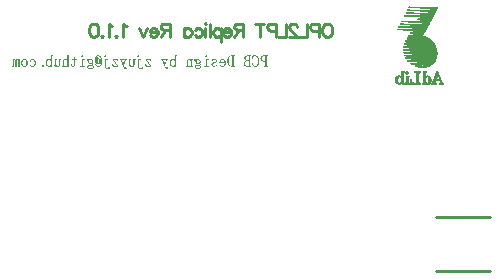
<source format=gbo>
G04 Layer_Color=32896*
%FSLAX25Y25*%
%MOIN*%
G70*
G01*
G75*
%ADD10C,0.01000*%
%ADD57C,0.00100*%
%ADD58C,0.00900*%
G36*
X122400Y254586D02*
X122481Y254575D01*
X122563Y254555D01*
X122639Y254535D01*
X122771Y254474D01*
X122832Y254443D01*
X122888Y254408D01*
X122939Y254372D01*
X122980Y254341D01*
X123021Y254311D01*
X123051Y254280D01*
X123077Y254260D01*
X123092Y254240D01*
X123102Y254229D01*
X123107Y254224D01*
X123163Y254153D01*
X123209Y254082D01*
X123255Y254006D01*
X123291Y253929D01*
X123321Y253853D01*
X123346Y253782D01*
X123382Y253634D01*
X123397Y253568D01*
X123408Y253512D01*
X123413Y253456D01*
X123418Y253410D01*
X123423Y253369D01*
Y253344D01*
Y253323D01*
Y253318D01*
X123418Y253206D01*
X123408Y253099D01*
X123392Y253003D01*
X123372Y252911D01*
X123346Y252825D01*
X123321Y252748D01*
X123291Y252677D01*
X123260Y252616D01*
X123234Y252560D01*
X123204Y252509D01*
X123179Y252468D01*
X123153Y252433D01*
X123133Y252407D01*
X123117Y252387D01*
X123107Y252377D01*
X123102Y252372D01*
X123041Y252316D01*
X122975Y252265D01*
X122909Y252219D01*
X122837Y252178D01*
X122766Y252148D01*
X122700Y252122D01*
X122568Y252081D01*
X122507Y252066D01*
X122451Y252056D01*
X122400Y252051D01*
X122359Y252046D01*
X122323Y252041D01*
X122273D01*
X122196Y252046D01*
X122130Y252051D01*
X122003Y252076D01*
X121891Y252112D01*
X121799Y252158D01*
X121728Y252199D01*
X121697Y252219D01*
X121672Y252234D01*
X121657Y252249D01*
X121641Y252260D01*
X121636Y252270D01*
X121631D01*
X121550Y252361D01*
X121484Y252453D01*
X121433Y252539D01*
X121392Y252621D01*
X121361Y252692D01*
X121341Y252748D01*
X121336Y252769D01*
X121331Y252784D01*
X121326Y252794D01*
Y252799D01*
X121524Y252865D01*
X121565Y252774D01*
X121611Y252692D01*
X121657Y252621D01*
X121702Y252565D01*
X121743Y252519D01*
X121774Y252484D01*
X121794Y252463D01*
X121804Y252458D01*
X121870Y252412D01*
X121942Y252377D01*
X122013Y252351D01*
X122084Y252336D01*
X122140Y252326D01*
X122191Y252316D01*
X122232D01*
X122293Y252321D01*
X122349Y252326D01*
X122456Y252351D01*
X122547Y252387D01*
X122624Y252428D01*
X122690Y252468D01*
X122736Y252504D01*
X122761Y252529D01*
X122766Y252539D01*
X122771D01*
X122807Y252585D01*
X122837Y252636D01*
X122888Y252748D01*
X122924Y252865D01*
X122950Y252988D01*
X122965Y253094D01*
X122970Y253140D01*
Y253181D01*
X122975Y253217D01*
Y253242D01*
Y253257D01*
Y253262D01*
X121265D01*
X121270Y253400D01*
X121280Y253522D01*
X121295Y253634D01*
X121316Y253741D01*
X121336Y253832D01*
X121367Y253919D01*
X121392Y253995D01*
X121423Y254062D01*
X121453Y254122D01*
X121478Y254168D01*
X121509Y254209D01*
X121529Y254245D01*
X121550Y254270D01*
X121565Y254285D01*
X121575Y254296D01*
X121580Y254301D01*
X121641Y254352D01*
X121702Y254397D01*
X121764Y254433D01*
X121825Y254469D01*
X121886Y254499D01*
X121947Y254520D01*
X122064Y254555D01*
X122115Y254565D01*
X122160Y254575D01*
X122206Y254581D01*
X122242Y254586D01*
X122273Y254591D01*
X122313D01*
X122400Y254586D01*
D02*
G37*
G36*
X132412Y255812D02*
X132442Y255787D01*
X132468Y255772D01*
X132488Y255762D01*
X132503Y255751D01*
X132514Y255746D01*
X132524Y255741D01*
X132554Y255731D01*
X132590Y255726D01*
X132631D01*
X132666Y255731D01*
X132707Y255736D01*
X132783Y255756D01*
X132814Y255767D01*
X132839Y255772D01*
X132860Y255782D01*
X132865D01*
X132982Y255812D01*
X133038Y255823D01*
X133084Y255828D01*
X133124Y255833D01*
X133180D01*
X133302Y255828D01*
X133414Y255807D01*
X133521Y255782D01*
X133623Y255746D01*
X133715Y255705D01*
X133801Y255660D01*
X133878Y255614D01*
X133949Y255563D01*
X134015Y255512D01*
X134066Y255461D01*
X134117Y255415D01*
X134153Y255375D01*
X134183Y255339D01*
X134204Y255314D01*
X134219Y255293D01*
X134224Y255288D01*
X134290Y255181D01*
X134351Y255074D01*
X134402Y254962D01*
X134443Y254845D01*
X134483Y254728D01*
X134514Y254616D01*
X134539Y254509D01*
X134560Y254402D01*
X134575Y254301D01*
X134585Y254214D01*
X134595Y254133D01*
X134600Y254062D01*
Y254006D01*
X134606Y253960D01*
Y253934D01*
Y253924D01*
X134600Y253751D01*
X134590Y253583D01*
X134570Y253435D01*
X134550Y253293D01*
X134524Y253166D01*
X134494Y253048D01*
X134458Y252942D01*
X134422Y252850D01*
X134392Y252769D01*
X134356Y252697D01*
X134326Y252636D01*
X134300Y252585D01*
X134280Y252550D01*
X134259Y252519D01*
X134249Y252504D01*
X134244Y252499D01*
X134173Y252417D01*
X134097Y252346D01*
X134020Y252285D01*
X133939Y252234D01*
X133857Y252188D01*
X133776Y252153D01*
X133695Y252122D01*
X133618Y252097D01*
X133547Y252081D01*
X133481Y252066D01*
X133420Y252056D01*
X133369Y252046D01*
X133328D01*
X133292Y252041D01*
X133267D01*
X133191Y252046D01*
X133119Y252056D01*
X133053Y252066D01*
X132987Y252086D01*
X132865Y252132D01*
X132763Y252188D01*
X132717Y252214D01*
X132682Y252244D01*
X132646Y252270D01*
X132615Y252290D01*
X132595Y252310D01*
X132580Y252326D01*
X132570Y252331D01*
X132564Y252336D01*
X132463Y252453D01*
X132371Y252585D01*
X132300Y252718D01*
X132244Y252845D01*
X132223Y252901D01*
X132203Y252957D01*
X132188Y253008D01*
X132173Y253048D01*
X132162Y253084D01*
X132157Y253110D01*
X132152Y253125D01*
Y253130D01*
X132376Y253222D01*
X132417Y253069D01*
X132468Y252937D01*
X132524Y252825D01*
X132575Y252728D01*
X132600Y252687D01*
X132626Y252657D01*
X132646Y252626D01*
X132666Y252601D01*
X132682Y252585D01*
X132692Y252570D01*
X132697Y252565D01*
X132702Y252560D01*
X132748Y252519D01*
X132789Y252489D01*
X132885Y252433D01*
X132972Y252392D01*
X133058Y252366D01*
X133130Y252346D01*
X133191Y252341D01*
X133211Y252336D01*
X133241D01*
X133323Y252341D01*
X133399Y252356D01*
X133470Y252377D01*
X133537Y252402D01*
X133593Y252433D01*
X133649Y252468D01*
X133695Y252504D01*
X133735Y252545D01*
X133776Y252585D01*
X133807Y252621D01*
X133832Y252657D01*
X133852Y252687D01*
X133873Y252713D01*
X133883Y252738D01*
X133893Y252748D01*
Y252753D01*
X133929Y252835D01*
X133959Y252926D01*
X134010Y253120D01*
X134041Y253318D01*
X134066Y253507D01*
X134076Y253598D01*
X134081Y253680D01*
X134086Y253751D01*
Y253817D01*
X134091Y253873D01*
Y253909D01*
Y253934D01*
Y253944D01*
X134086Y254077D01*
X134081Y254199D01*
X134071Y254316D01*
X134056Y254428D01*
X134041Y254530D01*
X134020Y254626D01*
X134000Y254713D01*
X133974Y254794D01*
X133954Y254866D01*
X133934Y254932D01*
X133913Y254988D01*
X133898Y255034D01*
X133883Y255069D01*
X133873Y255095D01*
X133862Y255110D01*
Y255115D01*
X133817Y255196D01*
X133766Y255268D01*
X133715Y255329D01*
X133664Y255385D01*
X133608Y255426D01*
X133557Y255466D01*
X133506Y255497D01*
X133455Y255522D01*
X133404Y255538D01*
X133364Y255553D01*
X133323Y255563D01*
X133287Y255573D01*
X133262D01*
X133236Y255578D01*
X133221D01*
X133109Y255568D01*
X133012Y255548D01*
X132926Y255517D01*
X132850Y255482D01*
X132794Y255441D01*
X132748Y255410D01*
X132722Y255390D01*
X132712Y255380D01*
X132676Y255339D01*
X132641Y255298D01*
X132575Y255202D01*
X132519Y255095D01*
X132468Y254993D01*
X132432Y254901D01*
X132412Y254861D01*
X132402Y254830D01*
X132391Y254800D01*
X132381Y254779D01*
X132376Y254764D01*
Y254759D01*
X132152Y254815D01*
X132371Y255838D01*
X132412Y255812D01*
D02*
G37*
G36*
X59014Y254586D02*
X59106Y254575D01*
X59192Y254555D01*
X59274Y254535D01*
X59350Y254504D01*
X59421Y254474D01*
X59487Y254443D01*
X59543Y254408D01*
X59599Y254372D01*
X59645Y254341D01*
X59686Y254311D01*
X59716Y254280D01*
X59742Y254260D01*
X59762Y254240D01*
X59772Y254229D01*
X59777Y254224D01*
X59834Y254153D01*
X59884Y254082D01*
X59930Y254006D01*
X59971Y253929D01*
X60001Y253853D01*
X60027Y253782D01*
X60068Y253634D01*
X60083Y253568D01*
X60093Y253512D01*
X60098Y253456D01*
X60103Y253410D01*
X60108Y253369D01*
Y253344D01*
Y253323D01*
Y253318D01*
X60103Y253206D01*
X60093Y253099D01*
X60078Y253003D01*
X60057Y252911D01*
X60037Y252825D01*
X60012Y252748D01*
X59981Y252677D01*
X59951Y252616D01*
X59925Y252560D01*
X59895Y252509D01*
X59869Y252468D01*
X59844Y252433D01*
X59828Y252407D01*
X59813Y252387D01*
X59803Y252377D01*
X59798Y252372D01*
X59737Y252316D01*
X59671Y252265D01*
X59604Y252219D01*
X59533Y252178D01*
X59467Y252148D01*
X59396Y252122D01*
X59263Y252081D01*
X59197Y252066D01*
X59141Y252056D01*
X59090Y252051D01*
X59044Y252046D01*
X59009Y252041D01*
X58958D01*
X58882Y252046D01*
X58810Y252051D01*
X58673Y252076D01*
X58561Y252112D01*
X58464Y252158D01*
X58424Y252178D01*
X58393Y252199D01*
X58363Y252219D01*
X58337Y252234D01*
X58317Y252249D01*
X58301Y252260D01*
X58296Y252270D01*
X58291D01*
X58205Y252361D01*
X58133Y252463D01*
X58072Y252565D01*
X58026Y252662D01*
X57991Y252748D01*
X57981Y252784D01*
X57971Y252819D01*
X57960Y252845D01*
X57955Y252865D01*
X57950Y252875D01*
Y252881D01*
X58149Y252952D01*
X58189Y252850D01*
X58235Y252758D01*
X58286Y252682D01*
X58332Y252616D01*
X58373Y252560D01*
X58408Y252519D01*
X58429Y252499D01*
X58439Y252489D01*
X58510Y252433D01*
X58586Y252387D01*
X58663Y252356D01*
X58734Y252336D01*
X58800Y252326D01*
X58851Y252321D01*
X58872Y252316D01*
X58897D01*
X58973Y252321D01*
X59039Y252326D01*
X59106Y252341D01*
X59162Y252356D01*
X59218Y252377D01*
X59263Y252397D01*
X59345Y252448D01*
X59411Y252499D01*
X59452Y252539D01*
X59477Y252570D01*
X59487Y252575D01*
Y252580D01*
X59543Y252687D01*
X59589Y252804D01*
X59620Y252921D01*
X59640Y253038D01*
X59650Y253135D01*
X59655Y253181D01*
Y253217D01*
X59660Y253252D01*
Y253273D01*
Y253288D01*
Y253293D01*
X59650Y253466D01*
X59640Y253547D01*
X59630Y253619D01*
X59615Y253690D01*
X59594Y253751D01*
X59579Y253812D01*
X59559Y253863D01*
X59538Y253909D01*
X59523Y253949D01*
X59503Y253985D01*
X59487Y254016D01*
X59477Y254036D01*
X59467Y254051D01*
X59457Y254062D01*
Y254066D01*
X59416Y254117D01*
X59375Y254163D01*
X59335Y254199D01*
X59289Y254235D01*
X59248Y254265D01*
X59207Y254285D01*
X59131Y254321D01*
X59060Y254341D01*
X59009Y254352D01*
X58983Y254357D01*
X58958D01*
X58882Y254352D01*
X58815Y254341D01*
X58759Y254326D01*
X58714Y254311D01*
X58683Y254291D01*
X58658Y254275D01*
X58648Y254265D01*
X58642Y254260D01*
X58612Y254224D01*
X58592Y254194D01*
X58581Y254168D01*
X58571Y254143D01*
Y254128D01*
Y254112D01*
Y254107D01*
Y254102D01*
X58581Y254066D01*
X58586Y254046D01*
X58592Y254036D01*
Y254031D01*
X58597Y254021D01*
X58602Y254006D01*
X58607Y253975D01*
X58612Y253944D01*
Y253934D01*
Y253929D01*
X58607Y253888D01*
X58602Y253853D01*
X58592Y253822D01*
X58576Y253797D01*
X58566Y253776D01*
X58556Y253761D01*
X58551Y253756D01*
X58546Y253751D01*
X58515Y253731D01*
X58490Y253715D01*
X58429Y253695D01*
X58403Y253690D01*
X58383Y253685D01*
X58368D01*
X58322Y253690D01*
X58281Y253695D01*
X58250Y253705D01*
X58220Y253720D01*
X58200Y253731D01*
X58184Y253741D01*
X58174Y253746D01*
X58169Y253751D01*
X58144Y253782D01*
X58128Y253817D01*
X58108Y253888D01*
X58103Y253919D01*
X58098Y253944D01*
Y253965D01*
Y253970D01*
Y254011D01*
X58108Y254046D01*
X58133Y254122D01*
X58169Y254194D01*
X58205Y254255D01*
X58245Y254306D01*
X58281Y254346D01*
X58306Y254372D01*
X58312Y254382D01*
X58317D01*
X58403Y254453D01*
X58505Y254504D01*
X58602Y254540D01*
X58698Y254565D01*
X58785Y254581D01*
X58821Y254586D01*
X58856D01*
X58882Y254591D01*
X58917D01*
X59014Y254586D01*
D02*
G37*
G36*
X81008Y255828D02*
X81105Y255812D01*
X81201Y255787D01*
X81288Y255751D01*
X81369Y255711D01*
X81451Y255665D01*
X81522Y255619D01*
X81588Y255573D01*
X81649Y255522D01*
X81700Y255476D01*
X81746Y255431D01*
X81782Y255390D01*
X81812Y255359D01*
X81832Y255329D01*
X81848Y255314D01*
X81853Y255309D01*
X81924Y255207D01*
X81980Y255100D01*
X82036Y254983D01*
X82077Y254866D01*
X82117Y254749D01*
X82148Y254631D01*
X82174Y254520D01*
X82194Y254408D01*
X82214Y254306D01*
X82224Y254209D01*
X82235Y254122D01*
X82240Y254051D01*
Y253990D01*
X82245Y253944D01*
Y253914D01*
Y253909D01*
Y253904D01*
X82240Y253756D01*
X82230Y253619D01*
X82214Y253486D01*
X82189Y253359D01*
X82163Y253242D01*
X82133Y253135D01*
X82102Y253033D01*
X82072Y252942D01*
X82041Y252860D01*
X82006Y252784D01*
X81980Y252723D01*
X81955Y252672D01*
X81929Y252631D01*
X81914Y252601D01*
X81904Y252580D01*
X81899Y252575D01*
X81832Y252484D01*
X81756Y252397D01*
X81680Y252326D01*
X81603Y252265D01*
X81527Y252214D01*
X81451Y252173D01*
X81374Y252137D01*
X81303Y252107D01*
X81232Y252086D01*
X81171Y252071D01*
X81115Y252056D01*
X81064Y252051D01*
X81023Y252046D01*
X80993Y252041D01*
X80967D01*
X80830Y252051D01*
X80703Y252071D01*
X80590Y252102D01*
X80494Y252143D01*
X80417Y252178D01*
X80382Y252193D01*
X80356Y252209D01*
X80336Y252219D01*
X80321Y252229D01*
X80311Y252239D01*
X80305D01*
X80250Y252280D01*
X80199Y252326D01*
X80102Y252433D01*
X80015Y252545D01*
X79939Y252657D01*
X79878Y252764D01*
X79852Y252809D01*
X79832Y252845D01*
X79812Y252881D01*
X79802Y252906D01*
X79791Y252921D01*
Y252926D01*
X80031Y252998D01*
X80102Y252870D01*
X80173Y252764D01*
X80239Y252672D01*
X80305Y252601D01*
X80361Y252545D01*
X80402Y252504D01*
X80433Y252484D01*
X80438Y252473D01*
X80443D01*
X80529Y252422D01*
X80621Y252382D01*
X80708Y252356D01*
X80789Y252336D01*
X80860Y252326D01*
X80916Y252321D01*
X80937Y252316D01*
X80967D01*
X81038Y252321D01*
X81105Y252331D01*
X81171Y252351D01*
X81232Y252377D01*
X81339Y252438D01*
X81430Y252509D01*
X81502Y252580D01*
X81532Y252611D01*
X81552Y252641D01*
X81573Y252667D01*
X81588Y252687D01*
X81593Y252697D01*
X81598Y252702D01*
X81639Y252779D01*
X81675Y252865D01*
X81710Y252957D01*
X81736Y253054D01*
X81776Y253257D01*
X81807Y253451D01*
X81817Y253542D01*
X81822Y253629D01*
X81832Y253705D01*
Y253771D01*
X81838Y253827D01*
Y253868D01*
Y253893D01*
Y253904D01*
X81832Y254072D01*
X81827Y254229D01*
X81812Y254372D01*
X81792Y254499D01*
X81771Y254616D01*
X81746Y254723D01*
X81721Y254820D01*
X81690Y254906D01*
X81665Y254978D01*
X81639Y255039D01*
X81614Y255095D01*
X81593Y255135D01*
X81573Y255166D01*
X81558Y255191D01*
X81552Y255202D01*
X81547Y255207D01*
X81491Y255273D01*
X81436Y255329D01*
X81379Y255380D01*
X81323Y255420D01*
X81267Y255456D01*
X81217Y255487D01*
X81166Y255512D01*
X81120Y255533D01*
X81033Y255558D01*
X80998Y255568D01*
X80967Y255573D01*
X80942Y255578D01*
X80906D01*
X80850Y255573D01*
X80799Y255568D01*
X80692Y255538D01*
X80596Y255497D01*
X80514Y255451D01*
X80443Y255400D01*
X80387Y255359D01*
X80366Y255344D01*
X80351Y255329D01*
X80346Y255324D01*
X80341Y255319D01*
X80295Y255263D01*
X80250Y255196D01*
X80242Y255181D01*
X80570Y255062D01*
X80575Y255069D01*
X80596Y255095D01*
X80601Y255105D01*
X80606D01*
X80631Y255125D01*
X80662Y255135D01*
X80718Y255156D01*
X80743D01*
X80759Y255161D01*
X80779D01*
X80845Y255156D01*
X80906Y255135D01*
X80967Y255110D01*
X81023Y255074D01*
X81079Y255034D01*
X81130Y254988D01*
X81217Y254891D01*
X81293Y254794D01*
X81323Y254749D01*
X81349Y254708D01*
X81369Y254672D01*
X81385Y254647D01*
X81390Y254626D01*
X81395Y254621D01*
X81441Y254525D01*
X81481Y254423D01*
X81517Y254331D01*
X81542Y254240D01*
X81593Y254066D01*
X81608Y253990D01*
X81624Y253919D01*
X81634Y253853D01*
X81639Y253792D01*
X81644Y253741D01*
X81649Y253695D01*
X81654Y253659D01*
Y253634D01*
Y253619D01*
Y253613D01*
X81649Y253486D01*
X81634Y253379D01*
X81614Y253283D01*
X81588Y253206D01*
X81568Y253145D01*
X81547Y253104D01*
X81532Y253079D01*
X81527Y253069D01*
X81476Y253008D01*
X81430Y252962D01*
X81379Y252931D01*
X81339Y252911D01*
X81298Y252896D01*
X81267Y252891D01*
X81247Y252886D01*
X81242D01*
X81181Y252891D01*
X81125Y252901D01*
X81074Y252916D01*
X81033Y252931D01*
X80998Y252947D01*
X80967Y252962D01*
X80952Y252972D01*
X80947Y252977D01*
X80901Y253013D01*
X80870Y253059D01*
X80845Y253099D01*
X80830Y253145D01*
X80820Y253181D01*
X80814Y253211D01*
X80809Y253237D01*
Y253242D01*
X80804Y253186D01*
X80794Y253135D01*
X80784Y253089D01*
X80764Y253054D01*
X80748Y253023D01*
X80738Y253003D01*
X80728Y252988D01*
X80723Y252982D01*
X80687Y252952D01*
X80652Y252926D01*
X80616Y252911D01*
X80580Y252896D01*
X80550Y252891D01*
X80524Y252886D01*
X80504D01*
X80453Y252891D01*
X80402Y252901D01*
X80351Y252921D01*
X80305Y252942D01*
X80219Y253003D01*
X80143Y253069D01*
X80081Y253135D01*
X80036Y253196D01*
X80015Y253217D01*
X80005Y253237D01*
X79995Y253247D01*
Y253252D01*
X79954Y253323D01*
X79919Y253400D01*
X79868Y253568D01*
X79827Y253736D01*
X79796Y253899D01*
X79791Y253970D01*
X79781Y254041D01*
X79776Y254102D01*
Y254158D01*
X79771Y254204D01*
Y254235D01*
Y254260D01*
Y254265D01*
X79776Y254413D01*
X79786Y254550D01*
X79802Y254677D01*
X79822Y254794D01*
X79847Y254901D01*
X79878Y254998D01*
X79909Y255090D01*
X79939Y255166D01*
X79970Y255237D01*
X80000Y255293D01*
X80031Y255344D01*
X80056Y255385D01*
X80076Y255415D01*
X80092Y255441D01*
X80102Y255451D01*
X80107Y255456D01*
X80168Y255522D01*
X80234Y255578D01*
X80305Y255629D01*
X80372Y255675D01*
X80438Y255711D01*
X80504Y255741D01*
X80570Y255767D01*
X80631Y255787D01*
X80687Y255802D01*
X80738Y255812D01*
X80789Y255823D01*
X80830Y255828D01*
X80860Y255833D01*
X80906D01*
X81008Y255828D01*
D02*
G37*
G36*
X73078Y255156D02*
X73098Y255044D01*
X73124Y254947D01*
X73154Y254871D01*
X73185Y254805D01*
X73215Y254754D01*
X73241Y254718D01*
X73261Y254698D01*
X73266Y254693D01*
X73322Y254647D01*
X73383Y254611D01*
X73444Y254586D01*
X73505Y254570D01*
X73556Y254560D01*
X73597Y254550D01*
X73861D01*
Y254316D01*
X73225D01*
Y252896D01*
X73220Y252748D01*
X73200Y252621D01*
X73174Y252509D01*
X73139Y252422D01*
X73108Y252351D01*
X73083Y252305D01*
X73062Y252275D01*
X73057Y252265D01*
X72986Y252199D01*
X72905Y252148D01*
X72818Y252112D01*
X72732Y252086D01*
X72655Y252071D01*
X72594Y252066D01*
X72569Y252061D01*
X72538D01*
X72426Y252071D01*
X72324Y252092D01*
X72238Y252127D01*
X72167Y252163D01*
X72105Y252199D01*
X72065Y252234D01*
X72039Y252255D01*
X72029Y252265D01*
X71963Y252346D01*
X71907Y252438D01*
X71866Y252529D01*
X71831Y252621D01*
X71810Y252697D01*
X71800Y252733D01*
X71795Y252764D01*
X71790Y252784D01*
X71785Y252804D01*
Y252814D01*
Y252819D01*
X71993Y252886D01*
X72014Y252789D01*
X72039Y252702D01*
X72065Y252631D01*
X72095Y252575D01*
X72116Y252535D01*
X72136Y252504D01*
X72151Y252484D01*
X72156Y252479D01*
X72202Y252438D01*
X72248Y252407D01*
X72299Y252387D01*
X72350Y252372D01*
X72391Y252361D01*
X72426Y252356D01*
X72457D01*
X72523Y252361D01*
X72579Y252372D01*
X72625Y252382D01*
X72660Y252402D01*
X72691Y252417D01*
X72716Y252428D01*
X72727Y252438D01*
X72732Y252443D01*
X72762Y252484D01*
X72782Y252539D01*
X72798Y252601D01*
X72808Y252662D01*
X72813Y252718D01*
X72818Y252764D01*
Y252784D01*
Y252799D01*
Y252804D01*
Y252809D01*
Y254316D01*
X71973D01*
Y254550D01*
X72818D01*
Y255370D01*
X73052D01*
X73078Y255156D01*
D02*
G37*
G36*
X90480Y254316D02*
X90343D01*
X90297Y254311D01*
X90256Y254296D01*
X90231Y254275D01*
X90221Y254270D01*
X90185Y254240D01*
X90160Y254204D01*
X90149Y254179D01*
X90144Y254173D01*
Y254168D01*
X89432Y252326D01*
X89462Y252214D01*
X89483Y252163D01*
X89498Y252117D01*
X89513Y252076D01*
X89524Y252046D01*
X89529Y252026D01*
X89534Y252020D01*
X89554Y251964D01*
X89579Y251919D01*
X89600Y251873D01*
X89615Y251837D01*
X89635Y251807D01*
X89646Y251786D01*
X89651Y251771D01*
X89656Y251766D01*
X89671Y251735D01*
X89686Y251720D01*
X89697Y251710D01*
X89702Y251705D01*
X89722Y251695D01*
X89747Y251690D01*
X89773D01*
X89798Y251700D01*
X89824Y251715D01*
X89849Y251730D01*
X89854Y251740D01*
X89859D01*
X89895Y251771D01*
X89936Y251796D01*
X89971Y251812D01*
X90002Y251827D01*
X90027Y251832D01*
X90048Y251837D01*
X90068D01*
X90114Y251832D01*
X90155Y251827D01*
X90190Y251812D01*
X90216Y251801D01*
X90236Y251786D01*
X90256Y251771D01*
X90262Y251766D01*
X90267Y251761D01*
X90287Y251730D01*
X90302Y251700D01*
X90323Y251649D01*
X90328Y251628D01*
X90333Y251613D01*
Y251603D01*
Y251598D01*
X90328Y251552D01*
X90317Y251506D01*
X90302Y251476D01*
X90282Y251445D01*
X90262Y251425D01*
X90246Y251405D01*
X90236Y251399D01*
X90231Y251394D01*
X90190Y251374D01*
X90144Y251359D01*
X90058Y251338D01*
X90017Y251333D01*
X89987Y251328D01*
X89961D01*
X89864Y251338D01*
X89778Y251359D01*
X89702Y251389D01*
X89635Y251425D01*
X89584Y251461D01*
X89549Y251491D01*
X89524Y251511D01*
X89518Y251521D01*
X89457Y251598D01*
X89401Y251684D01*
X89355Y251771D01*
X89315Y251852D01*
X89279Y251924D01*
X89259Y251985D01*
X89249Y252005D01*
X89244Y252020D01*
X89238Y252030D01*
Y252036D01*
X88521Y254117D01*
X88490Y254179D01*
X88455Y254224D01*
X88424Y254250D01*
X88419Y254260D01*
X88414D01*
X88388Y254280D01*
X88363Y254291D01*
X88317Y254311D01*
X88287Y254316D01*
X88093D01*
Y254550D01*
X89091D01*
Y254316D01*
X88908D01*
X88872Y254311D01*
X88841Y254296D01*
X88821Y254275D01*
X88816Y254270D01*
X88806Y254255D01*
X88801Y254235D01*
Y254199D01*
X88811Y254168D01*
X88816Y254163D01*
Y254158D01*
X89249Y252838D01*
X89722Y254173D01*
X89727Y254224D01*
X89722Y254255D01*
X89717Y254275D01*
X89712Y254280D01*
X89686Y254301D01*
X89661Y254311D01*
X89635Y254316D01*
X89488D01*
Y254550D01*
X90480D01*
Y254316D01*
D02*
G37*
G36*
X104249D02*
X104111D01*
X104066Y254311D01*
X104025Y254296D01*
X103999Y254275D01*
X103989Y254270D01*
X103954Y254240D01*
X103928Y254204D01*
X103918Y254179D01*
X103913Y254173D01*
Y254168D01*
X103200Y252326D01*
X103231Y252214D01*
X103251Y252163D01*
X103267Y252117D01*
X103282Y252076D01*
X103292Y252046D01*
X103297Y252026D01*
X103302Y252020D01*
X103323Y251964D01*
X103348Y251919D01*
X103368Y251873D01*
X103384Y251837D01*
X103404Y251807D01*
X103414Y251786D01*
X103419Y251771D01*
X103424Y251766D01*
X103439Y251735D01*
X103455Y251720D01*
X103465Y251710D01*
X103470Y251705D01*
X103490Y251695D01*
X103516Y251690D01*
X103541D01*
X103567Y251700D01*
X103592Y251715D01*
X103618Y251730D01*
X103623Y251740D01*
X103628D01*
X103664Y251771D01*
X103704Y251796D01*
X103740Y251812D01*
X103770Y251827D01*
X103796Y251832D01*
X103816Y251837D01*
X103837D01*
X103882Y251832D01*
X103923Y251827D01*
X103959Y251812D01*
X103984Y251801D01*
X104005Y251786D01*
X104025Y251771D01*
X104030Y251766D01*
X104035Y251761D01*
X104055Y251730D01*
X104071Y251700D01*
X104091Y251649D01*
X104096Y251628D01*
X104101Y251613D01*
Y251603D01*
Y251598D01*
X104096Y251552D01*
X104086Y251506D01*
X104071Y251476D01*
X104050Y251445D01*
X104030Y251425D01*
X104015Y251405D01*
X104005Y251399D01*
X103999Y251394D01*
X103959Y251374D01*
X103913Y251359D01*
X103826Y251338D01*
X103786Y251333D01*
X103755Y251328D01*
X103730D01*
X103633Y251338D01*
X103546Y251359D01*
X103470Y251389D01*
X103404Y251425D01*
X103353Y251461D01*
X103317Y251491D01*
X103292Y251511D01*
X103287Y251521D01*
X103226Y251598D01*
X103170Y251684D01*
X103124Y251771D01*
X103083Y251852D01*
X103048Y251924D01*
X103027Y251985D01*
X103017Y252005D01*
X103012Y252020D01*
X103007Y252030D01*
Y252036D01*
X102289Y254117D01*
X102259Y254179D01*
X102223Y254224D01*
X102192Y254250D01*
X102187Y254260D01*
X102182D01*
X102157Y254280D01*
X102131Y254291D01*
X102086Y254311D01*
X102055Y254316D01*
X101862D01*
Y254550D01*
X102859D01*
Y254316D01*
X102676D01*
X102640Y254311D01*
X102610Y254296D01*
X102589Y254275D01*
X102584Y254270D01*
X102574Y254255D01*
X102569Y254235D01*
Y254199D01*
X102579Y254168D01*
X102584Y254163D01*
Y254158D01*
X103018Y252838D01*
X103490Y254173D01*
X103496Y254224D01*
X103490Y254255D01*
X103485Y254275D01*
X103480Y254280D01*
X103455Y254301D01*
X103429Y254311D01*
X103404Y254316D01*
X103256D01*
Y254550D01*
X104249D01*
Y254316D01*
D02*
G37*
G36*
X67998Y254647D02*
X68039Y254621D01*
X68074Y254601D01*
X68105Y254586D01*
X68130Y254575D01*
X68151Y254570D01*
X68161Y254565D01*
X68166D01*
X68237Y254555D01*
X68308Y254550D01*
X68563D01*
Y254316D01*
X68349D01*
X68329Y254311D01*
X68293Y254301D01*
X68278Y254285D01*
X68273Y254280D01*
X68252Y254250D01*
X68247Y254214D01*
X68242Y254189D01*
Y254184D01*
Y254179D01*
Y252916D01*
Y252835D01*
X68232Y252764D01*
X68227Y252692D01*
X68212Y252626D01*
X68201Y252570D01*
X68186Y252514D01*
X68166Y252468D01*
X68151Y252422D01*
X68135Y252387D01*
X68115Y252356D01*
X68100Y252326D01*
X68089Y252305D01*
X68069Y252275D01*
X68059Y252265D01*
X67983Y252199D01*
X67896Y252148D01*
X67804Y252112D01*
X67718Y252086D01*
X67637Y252071D01*
X67606Y252066D01*
X67575D01*
X67550Y252061D01*
X67514D01*
X67407Y252066D01*
X67311Y252081D01*
X67224Y252102D01*
X67148Y252122D01*
X67087Y252143D01*
X67041Y252163D01*
X67010Y252178D01*
X67000Y252183D01*
X66924Y252234D01*
X66868Y252285D01*
X66827Y252341D01*
X66797Y252397D01*
X66781Y252443D01*
X66771Y252484D01*
X66766Y252509D01*
Y252081D01*
X66654D01*
X66562Y252122D01*
X66522Y252143D01*
X66491Y252153D01*
X66461Y252163D01*
X66440Y252173D01*
X66430Y252178D01*
X66425D01*
X66349Y252199D01*
X66288Y252204D01*
X66262Y252209D01*
X66043D01*
Y252443D01*
X66227D01*
X66272Y252448D01*
X66303Y252458D01*
X66323Y252463D01*
X66328Y252468D01*
X66344Y252494D01*
X66354Y252524D01*
X66359Y252550D01*
Y252555D01*
Y252560D01*
Y254677D01*
X66481D01*
X66522Y254647D01*
X66562Y254621D01*
X66598Y254601D01*
X66629Y254586D01*
X66654Y254575D01*
X66675Y254570D01*
X66685Y254565D01*
X66690D01*
X66761Y254555D01*
X66832Y254550D01*
X67087D01*
Y254316D01*
X66904D01*
X66853Y254311D01*
X66822Y254301D01*
X66802Y254285D01*
X66797Y254280D01*
X66776Y254250D01*
X66771Y254214D01*
X66766Y254189D01*
Y254184D01*
Y254179D01*
Y252860D01*
X66802Y252774D01*
X66837Y252697D01*
X66878Y252631D01*
X66919Y252580D01*
X66954Y252539D01*
X66985Y252509D01*
X67005Y252494D01*
X67010Y252489D01*
X67077Y252453D01*
X67143Y252422D01*
X67209Y252402D01*
X67270Y252392D01*
X67326Y252382D01*
X67367Y252377D01*
X67407D01*
X67479Y252382D01*
X67545Y252392D01*
X67601Y252412D01*
X67647Y252433D01*
X67682Y252448D01*
X67708Y252468D01*
X67723Y252479D01*
X67728Y252484D01*
X67764Y252535D01*
X67789Y252590D01*
X67809Y252657D01*
X67820Y252718D01*
X67830Y252779D01*
X67835Y252825D01*
Y252845D01*
Y252860D01*
Y252865D01*
Y252870D01*
Y254677D01*
X67957D01*
X67998Y254647D01*
D02*
G37*
G36*
X92781D02*
X92822Y254621D01*
X92857Y254601D01*
X92888Y254586D01*
X92913Y254575D01*
X92934Y254570D01*
X92944Y254565D01*
X92949D01*
X93020Y254555D01*
X93091Y254550D01*
X93346D01*
Y254316D01*
X93132D01*
X93112Y254311D01*
X93076Y254301D01*
X93061Y254285D01*
X93056Y254280D01*
X93036Y254250D01*
X93031Y254214D01*
X93025Y254189D01*
Y254184D01*
Y254179D01*
Y252916D01*
Y252835D01*
X93015Y252764D01*
X93010Y252692D01*
X92995Y252626D01*
X92985Y252570D01*
X92969Y252514D01*
X92949Y252468D01*
X92934Y252422D01*
X92918Y252387D01*
X92898Y252356D01*
X92883Y252326D01*
X92873Y252305D01*
X92852Y252275D01*
X92842Y252265D01*
X92766Y252199D01*
X92679Y252148D01*
X92588Y252112D01*
X92501Y252086D01*
X92420Y252071D01*
X92389Y252066D01*
X92359D01*
X92333Y252061D01*
X92298D01*
X92191Y252066D01*
X92094Y252081D01*
X92007Y252102D01*
X91931Y252122D01*
X91870Y252143D01*
X91824Y252163D01*
X91794Y252178D01*
X91783Y252183D01*
X91707Y252234D01*
X91651Y252285D01*
X91610Y252341D01*
X91580Y252397D01*
X91565Y252443D01*
X91554Y252484D01*
X91549Y252509D01*
Y252081D01*
X91437D01*
X91346Y252122D01*
X91305Y252143D01*
X91274Y252153D01*
X91244Y252163D01*
X91224Y252173D01*
X91213Y252178D01*
X91208D01*
X91132Y252199D01*
X91071Y252204D01*
X91045Y252209D01*
X90826D01*
Y252443D01*
X91010D01*
X91056Y252448D01*
X91086Y252458D01*
X91106Y252463D01*
X91111Y252468D01*
X91127Y252494D01*
X91137Y252524D01*
X91142Y252550D01*
Y252555D01*
Y252560D01*
Y254677D01*
X91264D01*
X91305Y254647D01*
X91346Y254621D01*
X91381Y254601D01*
X91412Y254586D01*
X91437Y254575D01*
X91458Y254570D01*
X91468Y254565D01*
X91473D01*
X91544Y254555D01*
X91615Y254550D01*
X91870D01*
Y254316D01*
X91687D01*
X91636Y254311D01*
X91605Y254301D01*
X91585Y254285D01*
X91580Y254280D01*
X91559Y254250D01*
X91554Y254214D01*
X91549Y254189D01*
Y254184D01*
Y254179D01*
Y252860D01*
X91585Y252774D01*
X91620Y252697D01*
X91661Y252631D01*
X91702Y252580D01*
X91738Y252539D01*
X91768Y252509D01*
X91789Y252494D01*
X91794Y252489D01*
X91860Y252453D01*
X91926Y252422D01*
X91992Y252402D01*
X92053Y252392D01*
X92109Y252382D01*
X92150Y252377D01*
X92191D01*
X92262Y252382D01*
X92328Y252392D01*
X92384Y252412D01*
X92430Y252433D01*
X92466Y252448D01*
X92491Y252468D01*
X92506Y252479D01*
X92511Y252484D01*
X92547Y252535D01*
X92572Y252590D01*
X92593Y252657D01*
X92603Y252718D01*
X92613Y252779D01*
X92618Y252825D01*
Y252845D01*
Y252860D01*
Y252865D01*
Y252870D01*
Y254677D01*
X92740D01*
X92781Y254647D01*
D02*
G37*
G36*
X137385Y255558D02*
X137171D01*
X137151Y255553D01*
X137115Y255543D01*
X137100Y255533D01*
X137095Y255527D01*
X137074Y255502D01*
X137069Y255476D01*
X137064Y255451D01*
Y255446D01*
Y255441D01*
Y252438D01*
X137069Y252397D01*
X137079Y252366D01*
X137090Y252351D01*
X137095Y252346D01*
X137105Y252336D01*
X137120Y252331D01*
X137156Y252326D01*
X137186Y252321D01*
X137405D01*
Y252086D01*
X136280D01*
Y252321D01*
X136484D01*
X136530Y252326D01*
X136560Y252336D01*
X136581Y252341D01*
X136586Y252346D01*
X136601Y252372D01*
X136611Y252402D01*
X136616Y252428D01*
Y252433D01*
Y252438D01*
Y253771D01*
X136021D01*
X135939Y253776D01*
X135863Y253782D01*
X135715Y253812D01*
X135583Y253853D01*
X135522Y253878D01*
X135471Y253904D01*
X135420Y253929D01*
X135379Y253955D01*
X135339Y253975D01*
X135308Y253995D01*
X135283Y254011D01*
X135267Y254026D01*
X135257Y254031D01*
X135252Y254036D01*
X135196Y254087D01*
X135145Y254148D01*
X135099Y254204D01*
X135064Y254270D01*
X135033Y254336D01*
X135008Y254397D01*
X134967Y254525D01*
X134952Y254586D01*
X134941Y254637D01*
X134936Y254688D01*
X134931Y254728D01*
X134926Y254764D01*
Y254794D01*
Y254810D01*
Y254815D01*
X134931Y254891D01*
X134941Y254962D01*
X134957Y255034D01*
X134972Y255100D01*
X135023Y255217D01*
X135079Y255319D01*
X135109Y255364D01*
X135135Y255400D01*
X135160Y255436D01*
X135186Y255461D01*
X135201Y255482D01*
X135216Y255502D01*
X135227Y255507D01*
X135232Y255512D01*
X135293Y255563D01*
X135354Y255604D01*
X135420Y255644D01*
X135491Y255675D01*
X135634Y255726D01*
X135771Y255756D01*
X135832Y255767D01*
X135893Y255777D01*
X135944Y255782D01*
X135990Y255787D01*
X136031Y255792D01*
X137385D01*
Y255558D01*
D02*
G37*
G36*
X62506Y252753D02*
X62557Y252743D01*
X62602Y252728D01*
X62638Y252708D01*
X62669Y252687D01*
X62694Y252672D01*
X62709Y252662D01*
X62714Y252657D01*
X62750Y252616D01*
X62775Y252575D01*
X62796Y252529D01*
X62806Y252489D01*
X62816Y252448D01*
X62821Y252417D01*
Y252397D01*
Y252392D01*
X62816Y252331D01*
X62806Y252275D01*
X62786Y252229D01*
X62765Y252188D01*
X62750Y252158D01*
X62730Y252137D01*
X62720Y252122D01*
X62714Y252117D01*
X62669Y252086D01*
X62628Y252061D01*
X62582Y252046D01*
X62541Y252030D01*
X62506Y252026D01*
X62475Y252020D01*
X62450D01*
X62399Y252026D01*
X62348Y252036D01*
X62307Y252051D01*
X62266Y252071D01*
X62236Y252086D01*
X62216Y252102D01*
X62200Y252112D01*
X62195Y252117D01*
X62155Y252158D01*
X62129Y252204D01*
X62109Y252249D01*
X62093Y252295D01*
X62083Y252331D01*
X62078Y252361D01*
Y252387D01*
Y252392D01*
X62083Y252443D01*
X62093Y252494D01*
X62114Y252535D01*
X62134Y252575D01*
X62155Y252606D01*
X62175Y252626D01*
X62185Y252641D01*
X62190Y252646D01*
X62231Y252682D01*
X62277Y252713D01*
X62322Y252733D01*
X62363Y252743D01*
X62399Y252753D01*
X62424Y252758D01*
X62450D01*
X62506Y252753D01*
D02*
G37*
G36*
X56357Y254586D02*
X56449Y254575D01*
X56535Y254555D01*
X56612Y254530D01*
X56688Y254499D01*
X56754Y254464D01*
X56820Y254428D01*
X56876Y254392D01*
X56927Y254357D01*
X56973Y254321D01*
X57008Y254285D01*
X57044Y254255D01*
X57064Y254229D01*
X57085Y254209D01*
X57095Y254199D01*
X57100Y254194D01*
X57156Y254117D01*
X57202Y254041D01*
X57248Y253965D01*
X57283Y253888D01*
X57314Y253817D01*
X57339Y253741D01*
X57375Y253608D01*
X57390Y253547D01*
X57401Y253491D01*
X57406Y253440D01*
X57411Y253400D01*
X57416Y253364D01*
Y253339D01*
Y253323D01*
Y253318D01*
X57411Y253222D01*
X57401Y253130D01*
X57385Y253038D01*
X57365Y252952D01*
X57345Y252875D01*
X57314Y252799D01*
X57288Y252728D01*
X57258Y252667D01*
X57227Y252611D01*
X57202Y252560D01*
X57171Y252514D01*
X57151Y252479D01*
X57131Y252453D01*
X57115Y252428D01*
X57105Y252417D01*
X57100Y252412D01*
X57039Y252346D01*
X56973Y252290D01*
X56902Y252239D01*
X56836Y252199D01*
X56764Y252163D01*
X56693Y252132D01*
X56627Y252107D01*
X56561Y252086D01*
X56499Y252071D01*
X56444Y252061D01*
X56393Y252051D01*
X56352Y252046D01*
X56316D01*
X56286Y252041D01*
X56265D01*
X56179Y252046D01*
X56092Y252056D01*
X56011Y252076D01*
X55935Y252097D01*
X55863Y252122D01*
X55797Y252153D01*
X55731Y252188D01*
X55675Y252224D01*
X55624Y252255D01*
X55583Y252290D01*
X55543Y252321D01*
X55512Y252346D01*
X55487Y252366D01*
X55466Y252387D01*
X55456Y252397D01*
X55451Y252402D01*
X55390Y252473D01*
X55339Y252545D01*
X55293Y252621D01*
X55258Y252702D01*
X55222Y252779D01*
X55196Y252855D01*
X55156Y252998D01*
X55141Y253064D01*
X55130Y253125D01*
X55125Y253181D01*
X55120Y253227D01*
X55115Y253267D01*
Y253293D01*
Y253313D01*
Y253318D01*
X55120Y253405D01*
X55130Y253491D01*
X55146Y253578D01*
X55161Y253659D01*
X55212Y253807D01*
X55242Y253873D01*
X55268Y253934D01*
X55298Y253990D01*
X55329Y254041D01*
X55354Y254087D01*
X55375Y254122D01*
X55395Y254153D01*
X55410Y254173D01*
X55421Y254189D01*
X55426Y254194D01*
X55487Y254265D01*
X55553Y254326D01*
X55619Y254377D01*
X55685Y254423D01*
X55756Y254464D01*
X55828Y254494D01*
X55894Y254520D01*
X55960Y254540D01*
X56026Y254555D01*
X56082Y254570D01*
X56133Y254581D01*
X56179Y254586D01*
X56214Y254591D01*
X56265D01*
X56357Y254586D01*
D02*
G37*
G36*
X77384Y254581D02*
X77455Y254560D01*
X77486Y254550D01*
X77511Y254540D01*
X77526Y254535D01*
X77531Y254530D01*
X77618Y254484D01*
X77659Y254458D01*
X77694Y254433D01*
X77725Y254413D01*
X77745Y254397D01*
X77760Y254387D01*
X77766Y254382D01*
X77801Y254418D01*
X77842Y254443D01*
X77923Y254489D01*
X77959Y254504D01*
X77990Y254515D01*
X78010Y254525D01*
X78020D01*
X78142Y254550D01*
X78203Y254560D01*
X78254Y254565D01*
X78295Y254570D01*
X78361D01*
X78437Y254565D01*
X78514Y254560D01*
X78646Y254530D01*
X78758Y254489D01*
X78850Y254443D01*
X78890Y254418D01*
X78926Y254392D01*
X78957Y254372D01*
X78977Y254352D01*
X78997Y254336D01*
X79013Y254321D01*
X79018Y254316D01*
X79023Y254311D01*
X79063Y254260D01*
X79099Y254209D01*
X79160Y254107D01*
X79201Y254011D01*
X79226Y253914D01*
X79247Y253837D01*
X79252Y253802D01*
Y253771D01*
X79257Y253746D01*
Y253731D01*
Y253720D01*
Y253715D01*
X79252Y253649D01*
X79242Y253583D01*
X79226Y253527D01*
X79206Y253476D01*
X79191Y253435D01*
X79176Y253400D01*
X79165Y253379D01*
X79160Y253374D01*
X79119Y253318D01*
X79084Y253273D01*
X79048Y253237D01*
X79013Y253206D01*
X78982Y253181D01*
X78962Y253166D01*
X78946Y253161D01*
X78941Y253155D01*
X78982Y253140D01*
X79018Y253120D01*
X79084Y253074D01*
X79109Y253054D01*
X79130Y253033D01*
X79140Y253023D01*
X79145Y253018D01*
X79176Y252977D01*
X79196Y252937D01*
X79216Y252891D01*
X79226Y252855D01*
X79232Y252819D01*
X79237Y252794D01*
Y252774D01*
Y252769D01*
X79232Y252723D01*
X79221Y252682D01*
X79211Y252646D01*
X79196Y252616D01*
X79181Y252590D01*
X79165Y252570D01*
X79160Y252560D01*
X79155Y252555D01*
X79119Y252524D01*
X79089Y252504D01*
X79058Y252489D01*
X79028Y252473D01*
X79002Y252468D01*
X78982Y252463D01*
X78972Y252458D01*
X78967D01*
X79043Y252433D01*
X79109Y252402D01*
X79165Y252372D01*
X79211Y252336D01*
X79247Y252300D01*
X79272Y252275D01*
X79287Y252255D01*
X79293Y252249D01*
X79328Y252188D01*
X79359Y252132D01*
X79379Y252076D01*
X79389Y252030D01*
X79400Y251990D01*
X79404Y251959D01*
Y251934D01*
Y251929D01*
X79400Y251883D01*
X79394Y251837D01*
X79379Y251791D01*
X79359Y251751D01*
X79313Y251669D01*
X79257Y251603D01*
X79206Y251552D01*
X79160Y251511D01*
X79140Y251496D01*
X79125Y251486D01*
X79119Y251476D01*
X79114D01*
X78997Y251410D01*
X78870Y251364D01*
X78748Y251328D01*
X78626Y251308D01*
X78570Y251298D01*
X78524Y251292D01*
X78478Y251287D01*
X78437D01*
X78407Y251282D01*
X78254D01*
X78158Y251292D01*
X78061Y251303D01*
X77979Y251313D01*
X77898Y251328D01*
X77827Y251348D01*
X77766Y251364D01*
X77705Y251384D01*
X77654Y251405D01*
X77613Y251420D01*
X77572Y251440D01*
X77547Y251455D01*
X77521Y251466D01*
X77506Y251476D01*
X77496Y251486D01*
X77491D01*
X77440Y251527D01*
X77394Y251567D01*
X77358Y251613D01*
X77328Y251659D01*
X77277Y251746D01*
X77241Y251837D01*
X77221Y251913D01*
X77216Y251944D01*
X77211Y251975D01*
X77206Y252000D01*
Y252015D01*
Y252026D01*
Y252030D01*
X77211Y252117D01*
X77231Y252199D01*
X77257Y252270D01*
X77287Y252326D01*
X77318Y252372D01*
X77343Y252407D01*
X77364Y252428D01*
X77368Y252433D01*
X77435Y252484D01*
X77511Y252529D01*
X77592Y252560D01*
X77674Y252585D01*
X77745Y252606D01*
X77801Y252616D01*
X77827Y252621D01*
X77842Y252626D01*
X77857D01*
X77923Y252636D01*
X77990Y252641D01*
X78056Y252652D01*
X78117Y252662D01*
X78173Y252667D01*
X78214Y252672D01*
X78244Y252677D01*
X78254D01*
X78341Y252692D01*
X78427Y252702D01*
X78514Y252718D01*
X78590Y252733D01*
X78656Y252743D01*
X78712Y252753D01*
X78733D01*
X78748Y252758D01*
X78758D01*
X78799Y252764D01*
X78824Y252774D01*
X78839Y252779D01*
X78845Y252784D01*
X78860Y252809D01*
X78865Y252840D01*
X78870Y252865D01*
Y252870D01*
Y252875D01*
X78865Y252896D01*
X78855Y252921D01*
X78845Y252942D01*
X78839Y252947D01*
X78814Y252982D01*
X78789Y253008D01*
X78768Y253023D01*
X78763Y253028D01*
X78743Y253013D01*
X78723Y253003D01*
X78672Y252977D01*
X78646Y252972D01*
X78631Y252962D01*
X78616Y252957D01*
X78610D01*
X78524Y252942D01*
X78483Y252931D01*
X78443D01*
X78412Y252926D01*
X78361D01*
X78275Y252931D01*
X78198Y252937D01*
X78122Y252952D01*
X78056Y252967D01*
X77995Y252988D01*
X77939Y253008D01*
X77888Y253033D01*
X77842Y253059D01*
X77806Y253079D01*
X77771Y253104D01*
X77745Y253125D01*
X77720Y253145D01*
X77699Y253161D01*
X77689Y253176D01*
X77679Y253181D01*
Y253186D01*
X77638Y253237D01*
X77608Y253283D01*
X77552Y253379D01*
X77511Y253466D01*
X77486Y253547D01*
X77470Y253619D01*
X77465Y253670D01*
X77460Y253690D01*
Y253705D01*
Y253710D01*
Y253715D01*
X77465Y253827D01*
X77475Y253883D01*
X77481Y253929D01*
X77491Y253970D01*
X77501Y254000D01*
X77506Y254021D01*
Y254026D01*
X77526Y254082D01*
X77547Y254128D01*
X77567Y254163D01*
X77587Y254189D01*
X77603Y254209D01*
X77618Y254224D01*
X77628Y254235D01*
X77633D01*
X77598Y254245D01*
X77567Y254255D01*
X77547Y254260D01*
X77511D01*
X77496Y254255D01*
X77486Y254250D01*
Y254245D01*
X77460Y254194D01*
X77435Y254158D01*
X77414Y254138D01*
X77404Y254128D01*
X77358Y254102D01*
X77312Y254092D01*
X77297Y254087D01*
X77267D01*
X77226Y254092D01*
X77190Y254097D01*
X77165Y254107D01*
X77140Y254122D01*
X77124Y254138D01*
X77114Y254148D01*
X77104Y254153D01*
Y254158D01*
X77078Y254214D01*
X77063Y254270D01*
X77058Y254291D01*
Y254311D01*
Y254321D01*
Y254326D01*
Y254357D01*
X77068Y254387D01*
X77083Y254438D01*
X77094Y254464D01*
X77104Y254479D01*
X77109Y254489D01*
X77114Y254494D01*
X77140Y254525D01*
X77170Y254550D01*
X77201Y254565D01*
X77231Y254581D01*
X77262Y254586D01*
X77287Y254591D01*
X77343D01*
X77384Y254581D01*
D02*
G37*
G36*
X113182D02*
X113253Y254560D01*
X113284Y254550D01*
X113309Y254540D01*
X113324Y254535D01*
X113329Y254530D01*
X113416Y254484D01*
X113457Y254458D01*
X113492Y254433D01*
X113523Y254413D01*
X113543Y254397D01*
X113558Y254387D01*
X113564Y254382D01*
X113599Y254418D01*
X113640Y254443D01*
X113721Y254489D01*
X113757Y254504D01*
X113787Y254515D01*
X113808Y254525D01*
X113818D01*
X113940Y254550D01*
X114001Y254560D01*
X114052Y254565D01*
X114093Y254570D01*
X114159D01*
X114235Y254565D01*
X114312Y254560D01*
X114444Y254530D01*
X114556Y254489D01*
X114648Y254443D01*
X114688Y254418D01*
X114724Y254392D01*
X114755Y254372D01*
X114775Y254352D01*
X114795Y254336D01*
X114811Y254321D01*
X114816Y254316D01*
X114821Y254311D01*
X114862Y254260D01*
X114897Y254209D01*
X114958Y254107D01*
X114999Y254011D01*
X115024Y253914D01*
X115045Y253837D01*
X115050Y253802D01*
Y253771D01*
X115055Y253746D01*
Y253731D01*
Y253720D01*
Y253715D01*
X115050Y253649D01*
X115040Y253583D01*
X115024Y253527D01*
X115004Y253476D01*
X114989Y253435D01*
X114973Y253400D01*
X114963Y253379D01*
X114958Y253374D01*
X114918Y253318D01*
X114882Y253273D01*
X114846Y253237D01*
X114811Y253206D01*
X114780Y253181D01*
X114760Y253166D01*
X114744Y253161D01*
X114739Y253155D01*
X114780Y253140D01*
X114816Y253120D01*
X114882Y253074D01*
X114907Y253054D01*
X114928Y253033D01*
X114938Y253023D01*
X114943Y253018D01*
X114973Y252977D01*
X114994Y252937D01*
X115014Y252891D01*
X115024Y252855D01*
X115029Y252819D01*
X115034Y252794D01*
Y252774D01*
Y252769D01*
X115029Y252723D01*
X115019Y252682D01*
X115009Y252646D01*
X114994Y252616D01*
X114979Y252590D01*
X114963Y252570D01*
X114958Y252560D01*
X114953Y252555D01*
X114918Y252524D01*
X114887Y252504D01*
X114856Y252489D01*
X114826Y252473D01*
X114800Y252468D01*
X114780Y252463D01*
X114770Y252458D01*
X114765D01*
X114841Y252433D01*
X114907Y252402D01*
X114963Y252372D01*
X115009Y252336D01*
X115045Y252300D01*
X115070Y252275D01*
X115085Y252255D01*
X115091Y252249D01*
X115126Y252188D01*
X115157Y252132D01*
X115177Y252076D01*
X115187Y252030D01*
X115197Y251990D01*
X115202Y251959D01*
Y251934D01*
Y251929D01*
X115197Y251883D01*
X115192Y251837D01*
X115177Y251791D01*
X115157Y251751D01*
X115111Y251669D01*
X115055Y251603D01*
X115004Y251552D01*
X114958Y251511D01*
X114938Y251496D01*
X114923Y251486D01*
X114918Y251476D01*
X114912D01*
X114795Y251410D01*
X114668Y251364D01*
X114546Y251328D01*
X114424Y251308D01*
X114368Y251298D01*
X114322Y251292D01*
X114276Y251287D01*
X114235D01*
X114205Y251282D01*
X114052D01*
X113955Y251292D01*
X113859Y251303D01*
X113777Y251313D01*
X113696Y251328D01*
X113625Y251348D01*
X113564Y251364D01*
X113502Y251384D01*
X113452Y251405D01*
X113411Y251420D01*
X113370Y251440D01*
X113345Y251455D01*
X113319Y251466D01*
X113304Y251476D01*
X113294Y251486D01*
X113289D01*
X113238Y251527D01*
X113192Y251567D01*
X113156Y251613D01*
X113126Y251659D01*
X113075Y251746D01*
X113039Y251837D01*
X113019Y251913D01*
X113014Y251944D01*
X113009Y251975D01*
X113004Y252000D01*
Y252015D01*
Y252026D01*
Y252030D01*
X113009Y252117D01*
X113029Y252199D01*
X113055Y252270D01*
X113085Y252326D01*
X113116Y252372D01*
X113141Y252407D01*
X113161Y252428D01*
X113166Y252433D01*
X113233Y252484D01*
X113309Y252529D01*
X113391Y252560D01*
X113472Y252585D01*
X113543Y252606D01*
X113599Y252616D01*
X113625Y252621D01*
X113640Y252626D01*
X113655D01*
X113721Y252636D01*
X113787Y252641D01*
X113854Y252652D01*
X113915Y252662D01*
X113971Y252667D01*
X114011Y252672D01*
X114042Y252677D01*
X114052D01*
X114139Y252692D01*
X114225Y252702D01*
X114312Y252718D01*
X114388Y252733D01*
X114454Y252743D01*
X114510Y252753D01*
X114531D01*
X114546Y252758D01*
X114556D01*
X114597Y252764D01*
X114622Y252774D01*
X114637Y252779D01*
X114643Y252784D01*
X114658Y252809D01*
X114663Y252840D01*
X114668Y252865D01*
Y252870D01*
Y252875D01*
X114663Y252896D01*
X114653Y252921D01*
X114643Y252942D01*
X114637Y252947D01*
X114612Y252982D01*
X114587Y253008D01*
X114566Y253023D01*
X114561Y253028D01*
X114541Y253013D01*
X114521Y253003D01*
X114470Y252977D01*
X114444Y252972D01*
X114429Y252962D01*
X114414Y252957D01*
X114409D01*
X114322Y252942D01*
X114281Y252931D01*
X114241D01*
X114210Y252926D01*
X114159D01*
X114073Y252931D01*
X113996Y252937D01*
X113920Y252952D01*
X113854Y252967D01*
X113793Y252988D01*
X113737Y253008D01*
X113686Y253033D01*
X113640Y253059D01*
X113604Y253079D01*
X113569Y253104D01*
X113543Y253125D01*
X113518Y253145D01*
X113497Y253161D01*
X113487Y253176D01*
X113477Y253181D01*
Y253186D01*
X113436Y253237D01*
X113406Y253283D01*
X113350Y253379D01*
X113309Y253466D01*
X113284Y253547D01*
X113268Y253619D01*
X113263Y253670D01*
X113258Y253690D01*
Y253705D01*
Y253710D01*
Y253715D01*
X113263Y253827D01*
X113273Y253883D01*
X113278Y253929D01*
X113289Y253970D01*
X113299Y254000D01*
X113304Y254021D01*
Y254026D01*
X113324Y254082D01*
X113345Y254128D01*
X113365Y254163D01*
X113385Y254189D01*
X113401Y254209D01*
X113416Y254224D01*
X113426Y254235D01*
X113431D01*
X113396Y254245D01*
X113365Y254255D01*
X113345Y254260D01*
X113309D01*
X113294Y254255D01*
X113284Y254250D01*
Y254245D01*
X113258Y254194D01*
X113233Y254158D01*
X113212Y254138D01*
X113202Y254128D01*
X113156Y254102D01*
X113110Y254092D01*
X113095Y254087D01*
X113065D01*
X113024Y254092D01*
X112988Y254097D01*
X112963Y254107D01*
X112937Y254122D01*
X112922Y254138D01*
X112912Y254148D01*
X112902Y254153D01*
Y254158D01*
X112876Y254214D01*
X112861Y254270D01*
X112856Y254291D01*
Y254311D01*
Y254321D01*
Y254326D01*
Y254357D01*
X112866Y254387D01*
X112882Y254438D01*
X112892Y254464D01*
X112902Y254479D01*
X112907Y254489D01*
X112912Y254494D01*
X112937Y254525D01*
X112968Y254550D01*
X112998Y254565D01*
X113029Y254581D01*
X113060Y254586D01*
X113085Y254591D01*
X113141D01*
X113182Y254581D01*
D02*
G37*
G36*
X118806Y254570D02*
X118847Y254545D01*
X118877Y254530D01*
X118898Y254520D01*
X118913Y254509D01*
X118923Y254504D01*
X118933Y254499D01*
X118959Y254489D01*
X118984Y254484D01*
X119010D01*
X119035Y254489D01*
X119066Y254494D01*
X119142Y254515D01*
X119173Y254525D01*
X119203Y254535D01*
X119224Y254545D01*
X119229D01*
X119361Y254570D01*
X119422Y254581D01*
X119483Y254586D01*
X119529Y254591D01*
X119600D01*
X119728Y254581D01*
X119845Y254560D01*
X119951Y254535D01*
X120043Y254499D01*
X120114Y254464D01*
X120145Y254448D01*
X120170Y254438D01*
X120191Y254423D01*
X120206Y254418D01*
X120211Y254408D01*
X120216D01*
X120262Y254372D01*
X120303Y254331D01*
X120338Y254291D01*
X120364Y254250D01*
X120415Y254163D01*
X120445Y254077D01*
X120460Y254000D01*
X120471Y253939D01*
X120476Y253914D01*
Y253899D01*
Y253888D01*
Y253883D01*
X120471Y253822D01*
X120460Y253766D01*
X120445Y253715D01*
X120430Y253670D01*
X120415Y253634D01*
X120399Y253603D01*
X120389Y253583D01*
X120384Y253578D01*
X120343Y253527D01*
X120298Y253486D01*
X120252Y253446D01*
X120201Y253410D01*
X120160Y253384D01*
X120120Y253364D01*
X120099Y253354D01*
X120089Y253349D01*
X120018Y253318D01*
X119941Y253288D01*
X119865Y253257D01*
X119799Y253232D01*
X119738Y253211D01*
X119692Y253196D01*
X119661Y253186D01*
X119656Y253181D01*
X119651D01*
X119565Y253145D01*
X119478Y253110D01*
X119402Y253079D01*
X119331Y253048D01*
X119269Y253023D01*
X119229Y253008D01*
X119198Y252998D01*
X119188Y252993D01*
X119132Y252957D01*
X119086Y252916D01*
X119066Y252901D01*
X119051Y252886D01*
X119045Y252875D01*
X119040Y252870D01*
X119015Y252840D01*
X118995Y252804D01*
X118984Y252769D01*
X118974Y252738D01*
X118969Y252708D01*
X118964Y252682D01*
Y252667D01*
Y252662D01*
X118969Y252595D01*
X118984Y252539D01*
X119010Y252494D01*
X119035Y252458D01*
X119061Y252428D01*
X119086Y252402D01*
X119101Y252392D01*
X119106Y252387D01*
X119162Y252356D01*
X119229Y252336D01*
X119295Y252316D01*
X119366Y252305D01*
X119422Y252300D01*
X119473Y252295D01*
X119519D01*
X119646Y252300D01*
X119758Y252321D01*
X119855Y252346D01*
X119931Y252372D01*
X119992Y252402D01*
X120038Y252422D01*
X120063Y252443D01*
X120074Y252448D01*
X120140Y252514D01*
X120196Y252595D01*
X120242Y252682D01*
X120277Y252769D01*
X120308Y252850D01*
X120318Y252881D01*
X120323Y252911D01*
X120328Y252937D01*
X120333Y252957D01*
X120338Y252967D01*
Y252972D01*
X120562Y252937D01*
X120496Y252061D01*
X120440Y252076D01*
X120389Y252092D01*
X120354Y252107D01*
X120318Y252117D01*
X120298Y252127D01*
X120277Y252132D01*
X120272Y252137D01*
X120267D01*
X120221Y252158D01*
X120186Y252163D01*
X120160Y252168D01*
X120120D01*
X120089Y252163D01*
X120018Y252148D01*
X119987Y252143D01*
X119962Y252132D01*
X119946Y252127D01*
X119941D01*
X119885Y252107D01*
X119819Y252092D01*
X119748Y252076D01*
X119682Y252071D01*
X119615Y252066D01*
X119565Y252061D01*
X119519D01*
X119361Y252071D01*
X119224Y252092D01*
X119106Y252122D01*
X119056Y252137D01*
X119010Y252158D01*
X118969Y252178D01*
X118933Y252193D01*
X118908Y252209D01*
X118883Y252224D01*
X118862Y252239D01*
X118847Y252244D01*
X118842Y252255D01*
X118837D01*
X118796Y252290D01*
X118755Y252331D01*
X118699Y252417D01*
X118654Y252509D01*
X118628Y252595D01*
X118608Y252672D01*
X118603Y252702D01*
Y252733D01*
X118597Y252758D01*
Y252774D01*
Y252784D01*
Y252789D01*
X118603Y252855D01*
X118618Y252916D01*
X118638Y252972D01*
X118659Y253023D01*
X118684Y253064D01*
X118704Y253094D01*
X118720Y253115D01*
X118725Y253120D01*
X118776Y253176D01*
X118827Y253222D01*
X118877Y253262D01*
X118923Y253298D01*
X118969Y253323D01*
X119000Y253344D01*
X119020Y253354D01*
X119030Y253359D01*
X119168Y253425D01*
X119239Y253451D01*
X119300Y253476D01*
X119351Y253502D01*
X119397Y253517D01*
X119422Y253527D01*
X119427Y253532D01*
X119432D01*
X119514Y253557D01*
X119590Y253578D01*
X119656Y253598D01*
X119712Y253619D01*
X119753Y253634D01*
X119789Y253649D01*
X119809Y253654D01*
X119814Y253659D01*
X119875Y253675D01*
X119921Y253695D01*
X119962Y253710D01*
X119997Y253731D01*
X120018Y253751D01*
X120038Y253761D01*
X120043Y253771D01*
X120048Y253776D01*
X120069Y253812D01*
X120084Y253848D01*
X120099Y253924D01*
X120104Y253960D01*
X120109Y253985D01*
Y254006D01*
Y254011D01*
X120104Y254066D01*
X120089Y254117D01*
X120063Y254158D01*
X120038Y254194D01*
X120018Y254224D01*
X119992Y254245D01*
X119977Y254255D01*
X119972Y254260D01*
X119916Y254291D01*
X119855Y254316D01*
X119789Y254331D01*
X119722Y254346D01*
X119666Y254352D01*
X119621Y254357D01*
X119580D01*
X119493Y254352D01*
X119417Y254336D01*
X119346Y254311D01*
X119285Y254285D01*
X119234Y254255D01*
X119193Y254235D01*
X119173Y254214D01*
X119162Y254209D01*
X119096Y254148D01*
X119040Y254077D01*
X118990Y254006D01*
X118954Y253934D01*
X118923Y253868D01*
X118898Y253817D01*
X118893Y253797D01*
X118888Y253782D01*
X118883Y253771D01*
Y253766D01*
X118659Y253792D01*
X118760Y254596D01*
X118806Y254570D01*
D02*
G37*
G36*
X126385Y255558D02*
X126177D01*
X126156Y255553D01*
X126121Y255543D01*
X126105Y255533D01*
X126100Y255527D01*
X126080Y255502D01*
X126075Y255476D01*
X126070Y255451D01*
Y255446D01*
Y255441D01*
Y252438D01*
X126075Y252397D01*
X126085Y252366D01*
X126095Y252351D01*
X126100Y252346D01*
X126110Y252336D01*
X126126Y252331D01*
X126161Y252326D01*
X126192Y252321D01*
X126406D01*
Y252086D01*
X125444D01*
X125306Y252092D01*
X125174Y252107D01*
X125052Y252132D01*
X124940Y252158D01*
X124838Y252193D01*
X124741Y252234D01*
X124655Y252275D01*
X124578Y252321D01*
X124512Y252366D01*
X124451Y252407D01*
X124400Y252448D01*
X124359Y252484D01*
X124329Y252514D01*
X124309Y252535D01*
X124293Y252550D01*
X124288Y252555D01*
X124217Y252646D01*
X124156Y252753D01*
X124105Y252865D01*
X124059Y252982D01*
X124018Y253099D01*
X123988Y253222D01*
X123962Y253344D01*
X123942Y253461D01*
X123927Y253568D01*
X123911Y253675D01*
X123901Y253766D01*
X123896Y253848D01*
X123891Y253919D01*
Y253970D01*
Y253985D01*
Y254000D01*
Y254006D01*
Y254011D01*
X123896Y254173D01*
X123906Y254326D01*
X123927Y254469D01*
X123952Y254601D01*
X123988Y254723D01*
X124018Y254835D01*
X124059Y254932D01*
X124095Y255024D01*
X124130Y255100D01*
X124171Y255166D01*
X124202Y255227D01*
X124232Y255273D01*
X124263Y255309D01*
X124283Y255334D01*
X124293Y255349D01*
X124298Y255354D01*
X124380Y255431D01*
X124461Y255497D01*
X124548Y255558D01*
X124639Y255609D01*
X124731Y255649D01*
X124823Y255685D01*
X124909Y255716D01*
X124991Y255736D01*
X125072Y255756D01*
X125148Y255767D01*
X125215Y255777D01*
X125270Y255787D01*
X125316D01*
X125352Y255792D01*
X126385D01*
Y255558D01*
D02*
G37*
G36*
X131893D02*
X131684D01*
X131664Y255553D01*
X131628Y255543D01*
X131613Y255533D01*
X131608Y255527D01*
X131587Y255502D01*
X131582Y255476D01*
X131577Y255451D01*
Y255446D01*
Y255441D01*
Y252438D01*
X131582Y252397D01*
X131592Y252366D01*
X131603Y252351D01*
X131608Y252346D01*
X131618Y252336D01*
X131633Y252331D01*
X131669Y252326D01*
X131699Y252321D01*
X131933D01*
Y252086D01*
X130554D01*
X130457Y252092D01*
X130366Y252097D01*
X130279Y252112D01*
X130198Y252127D01*
X130126Y252148D01*
X130055Y252168D01*
X129994Y252193D01*
X129933Y252219D01*
X129882Y252244D01*
X129841Y252270D01*
X129801Y252290D01*
X129770Y252310D01*
X129745Y252326D01*
X129729Y252341D01*
X129719Y252346D01*
X129714Y252351D01*
X129658Y252402D01*
X129612Y252458D01*
X129567Y252519D01*
X129531Y252575D01*
X129500Y252636D01*
X129475Y252697D01*
X129439Y252809D01*
X129414Y252911D01*
X129409Y252957D01*
X129404Y252993D01*
X129399Y253028D01*
Y253048D01*
Y253064D01*
Y253069D01*
X129404Y253196D01*
X129424Y253313D01*
X129455Y253420D01*
X129485Y253517D01*
X129521Y253593D01*
X129536Y253624D01*
X129546Y253649D01*
X129561Y253670D01*
X129567Y253685D01*
X129577Y253695D01*
Y253700D01*
X129612Y253751D01*
X129653Y253802D01*
X129755Y253883D01*
X129862Y253955D01*
X129969Y254011D01*
X130065Y254051D01*
X130111Y254066D01*
X130147Y254082D01*
X130177Y254092D01*
X130203Y254097D01*
X130218Y254102D01*
X130223D01*
X130152Y254122D01*
X130091Y254143D01*
X130035Y254168D01*
X129979Y254189D01*
X129933Y254214D01*
X129892Y254240D01*
X129821Y254291D01*
X129765Y254331D01*
X129729Y254367D01*
X129709Y254392D01*
X129704Y254402D01*
X129658Y254484D01*
X129622Y254570D01*
X129602Y254657D01*
X129582Y254738D01*
X129572Y254810D01*
X129567Y254866D01*
Y254886D01*
Y254901D01*
Y254911D01*
Y254917D01*
X129572Y254998D01*
X129577Y255074D01*
X129592Y255140D01*
X129607Y255207D01*
X129628Y255268D01*
X129648Y255319D01*
X129673Y255370D01*
X129699Y255410D01*
X129724Y255451D01*
X129750Y255482D01*
X129770Y255512D01*
X129790Y255533D01*
X129806Y255553D01*
X129821Y255563D01*
X129826Y255573D01*
X129831D01*
X129882Y255614D01*
X129938Y255644D01*
X130065Y255700D01*
X130193Y255741D01*
X130320Y255767D01*
X130381Y255772D01*
X130437Y255782D01*
X130488Y255787D01*
X130528D01*
X130564Y255792D01*
X131893D01*
Y255558D01*
D02*
G37*
G36*
X75511Y254667D02*
X75567Y254642D01*
X75623Y254621D01*
X75669Y254601D01*
X75709Y254591D01*
X75740Y254581D01*
X75765Y254575D01*
X75770D01*
X75892Y254560D01*
X75948Y254555D01*
X75999Y254550D01*
X76111D01*
X76381Y254545D01*
Y254316D01*
X75882Y254306D01*
X75852D01*
X75831Y254301D01*
X75796Y254291D01*
X75780Y254275D01*
X75775Y254270D01*
X75755Y254240D01*
X75750Y254209D01*
X75745Y254184D01*
Y254179D01*
Y254173D01*
Y252433D01*
X75750Y252392D01*
X75760Y252366D01*
X75770Y252351D01*
X75775Y252346D01*
X75786Y252336D01*
X75801Y252331D01*
X75836Y252326D01*
X75867Y252321D01*
X76381D01*
Y252086D01*
X74707D01*
Y252321D01*
X75205D01*
X75251Y252326D01*
X75282Y252336D01*
X75302Y252341D01*
X75307Y252346D01*
X75322Y252372D01*
X75332Y252402D01*
X75338Y252428D01*
Y252433D01*
Y252438D01*
Y254698D01*
X75455D01*
X75511Y254667D01*
D02*
G37*
G36*
X116816D02*
X116872Y254642D01*
X116928Y254621D01*
X116974Y254601D01*
X117015Y254591D01*
X117045Y254581D01*
X117070Y254575D01*
X117076D01*
X117198Y254560D01*
X117254Y254555D01*
X117305Y254550D01*
X117417D01*
X117686Y254545D01*
Y254316D01*
X117188Y254306D01*
X117157D01*
X117137Y254301D01*
X117101Y254291D01*
X117086Y254275D01*
X117081Y254270D01*
X117060Y254240D01*
X117055Y254209D01*
X117050Y254184D01*
Y254179D01*
Y254173D01*
Y252433D01*
X117055Y252392D01*
X117066Y252366D01*
X117076Y252351D01*
X117081Y252346D01*
X117091Y252336D01*
X117106Y252331D01*
X117142Y252326D01*
X117172Y252321D01*
X117686D01*
Y252086D01*
X116012D01*
Y252321D01*
X116511D01*
X116556Y252326D01*
X116587Y252336D01*
X116607Y252341D01*
X116612Y252346D01*
X116628Y252372D01*
X116638Y252402D01*
X116643Y252428D01*
Y252433D01*
Y252438D01*
Y254698D01*
X116760D01*
X116816Y254667D01*
D02*
G37*
G36*
X54408Y254606D02*
X54463Y254581D01*
X54484Y254575D01*
X54504Y254570D01*
X54514Y254565D01*
X54519D01*
X54586Y254555D01*
X54652Y254550D01*
X54835D01*
Y254316D01*
X54672D01*
X54662Y254311D01*
X54652Y254306D01*
Y254301D01*
X54647Y254285D01*
X54642Y254270D01*
Y254250D01*
Y254245D01*
Y252412D01*
X54647Y252377D01*
X54652Y252351D01*
X54662Y252341D01*
X54667Y252336D01*
X54693Y252326D01*
X54723Y252321D01*
X54856D01*
Y252086D01*
X54026D01*
Y252321D01*
X54123D01*
X54163Y252326D01*
X54194Y252331D01*
X54209Y252336D01*
X54214D01*
X54224Y252356D01*
X54229Y252382D01*
X54234Y252402D01*
Y252412D01*
Y253939D01*
X54214Y254006D01*
X54189Y254062D01*
X54163Y254112D01*
X54138Y254148D01*
X54117Y254179D01*
X54097Y254204D01*
X54087Y254214D01*
X54082Y254219D01*
X54041Y254250D01*
X54000Y254275D01*
X53965Y254291D01*
X53929Y254306D01*
X53899Y254311D01*
X53873Y254316D01*
X53853D01*
X53822Y254311D01*
X53797Y254306D01*
X53756Y254280D01*
X53736Y254250D01*
X53731Y254245D01*
Y254240D01*
X53720Y254209D01*
X53710Y254168D01*
X53700Y254087D01*
X53695Y254051D01*
Y254021D01*
Y254000D01*
Y253990D01*
Y252412D01*
X53700Y252377D01*
X53705Y252351D01*
X53715Y252341D01*
X53720Y252336D01*
X53746Y252326D01*
X53776Y252321D01*
X53909D01*
Y252086D01*
X53079D01*
Y252321D01*
X53176D01*
X53216Y252326D01*
X53247Y252331D01*
X53262Y252336D01*
X53267D01*
X53278Y252356D01*
X53283Y252382D01*
X53288Y252402D01*
Y252412D01*
Y253960D01*
X53267Y254021D01*
X53242Y254072D01*
X53216Y254117D01*
X53191Y254153D01*
X53171Y254184D01*
X53150Y254204D01*
X53140Y254214D01*
X53135Y254219D01*
X53094Y254250D01*
X53054Y254275D01*
X53018Y254291D01*
X52982Y254306D01*
X52952Y254311D01*
X52926Y254316D01*
X52881D01*
X52855Y254306D01*
X52820Y254291D01*
X52794Y254270D01*
X52789Y254265D01*
Y254260D01*
X52774Y254235D01*
X52763Y254194D01*
X52758Y254148D01*
X52753Y254102D01*
X52748Y254062D01*
Y254026D01*
Y254000D01*
Y253990D01*
Y252412D01*
X52753Y252377D01*
X52758Y252351D01*
X52769Y252341D01*
X52774Y252336D01*
X52799Y252326D01*
X52830Y252321D01*
X52962D01*
Y252086D01*
X52132D01*
Y252321D01*
X52229D01*
X52270Y252326D01*
X52300Y252331D01*
X52316Y252336D01*
X52321D01*
X52331Y252356D01*
X52336Y252382D01*
X52341Y252402D01*
Y252412D01*
Y254011D01*
X52346Y254097D01*
X52356Y254179D01*
X52377Y254250D01*
X52397Y254311D01*
X52417Y254357D01*
X52438Y254392D01*
X52448Y254418D01*
X52453Y254423D01*
X52499Y254479D01*
X52560Y254520D01*
X52621Y254550D01*
X52687Y254570D01*
X52743Y254581D01*
X52794Y254591D01*
X52840D01*
X52901Y254586D01*
X52957Y254581D01*
X53013Y254565D01*
X53059Y254550D01*
X53099Y254535D01*
X53130Y254525D01*
X53150Y254515D01*
X53155Y254509D01*
X53206Y254479D01*
X53247Y254438D01*
X53278Y254402D01*
X53298Y254367D01*
X53318Y254331D01*
X53329Y254306D01*
X53334Y254285D01*
Y254280D01*
X53339Y254331D01*
X53354Y254372D01*
X53374Y254413D01*
X53395Y254443D01*
X53420Y254469D01*
X53440Y254489D01*
X53456Y254499D01*
X53461Y254504D01*
X53512Y254535D01*
X53563Y254555D01*
X53619Y254570D01*
X53670Y254581D01*
X53715Y254586D01*
X53751Y254591D01*
X53787D01*
X53848Y254586D01*
X53904Y254581D01*
X53954Y254565D01*
X54000Y254550D01*
X54036Y254535D01*
X54066Y254525D01*
X54087Y254515D01*
X54092Y254509D01*
X54138Y254479D01*
X54173Y254438D01*
X54199Y254402D01*
X54214Y254367D01*
X54224Y254331D01*
X54229Y254306D01*
X54234Y254285D01*
Y254637D01*
X54352D01*
X54408Y254606D01*
D02*
G37*
G36*
X83181Y254667D02*
X83237Y254642D01*
X83293Y254621D01*
X83339Y254601D01*
X83380Y254591D01*
X83410Y254581D01*
X83436Y254575D01*
X83441D01*
X83563Y254560D01*
X83619Y254555D01*
X83670Y254550D01*
X83782D01*
X84026Y254545D01*
Y254311D01*
X83553Y254326D01*
X83502Y254321D01*
X83472Y254311D01*
X83451Y254296D01*
X83446Y254291D01*
X83426Y254260D01*
X83421Y254224D01*
X83416Y254199D01*
Y254194D01*
Y254189D01*
Y252265D01*
X83421Y252143D01*
X83436Y252036D01*
X83461Y251944D01*
X83487Y251873D01*
X83517Y251817D01*
X83538Y251776D01*
X83558Y251756D01*
X83563Y251746D01*
X83624Y251690D01*
X83695Y251649D01*
X83767Y251618D01*
X83843Y251598D01*
X83909Y251588D01*
X83965Y251583D01*
X83986Y251577D01*
X84062D01*
X84097Y251583D01*
X84128Y251588D01*
X84153Y251593D01*
X84174D01*
X84184Y251598D01*
X84194Y251603D01*
X84210Y251618D01*
X84225Y251634D01*
X84250Y251679D01*
X84260Y251700D01*
X84271Y251720D01*
X84276Y251730D01*
Y251735D01*
X84296Y251786D01*
X84316Y251832D01*
X84327Y251852D01*
X84337Y251868D01*
X84342Y251878D01*
Y251883D01*
X84357Y251908D01*
X84383Y251929D01*
X84413Y251939D01*
X84444Y251949D01*
X84474Y251954D01*
X84495Y251959D01*
X84520D01*
X84566Y251954D01*
X84606Y251949D01*
X84642Y251939D01*
X84668Y251929D01*
X84688Y251913D01*
X84708Y251903D01*
X84713Y251898D01*
X84719Y251893D01*
X84739Y251868D01*
X84754Y251837D01*
X84775Y251781D01*
X84780Y251756D01*
X84785Y251740D01*
Y251725D01*
Y251720D01*
X84780Y251654D01*
X84759Y251598D01*
X84729Y251547D01*
X84698Y251506D01*
X84668Y251471D01*
X84637Y251445D01*
X84617Y251430D01*
X84612Y251425D01*
X84535Y251384D01*
X84454Y251354D01*
X84362Y251333D01*
X84276Y251318D01*
X84199Y251308D01*
X84164D01*
X84133Y251303D01*
X84077D01*
X83996Y251308D01*
X83919Y251313D01*
X83772Y251343D01*
X83644Y251389D01*
X83588Y251415D01*
X83533Y251440D01*
X83487Y251461D01*
X83446Y251486D01*
X83410Y251511D01*
X83380Y251532D01*
X83354Y251547D01*
X83339Y251562D01*
X83329Y251567D01*
X83324Y251572D01*
X83268Y251623D01*
X83222Y251684D01*
X83176Y251746D01*
X83141Y251807D01*
X83110Y251873D01*
X83085Y251934D01*
X83049Y252061D01*
X83034Y252117D01*
X83024Y252173D01*
X83018Y252219D01*
X83013Y252265D01*
X83008Y252300D01*
Y252326D01*
Y252341D01*
Y252346D01*
Y254698D01*
X83125D01*
X83181Y254667D01*
D02*
G37*
G36*
X112057Y254606D02*
X112113Y254581D01*
X112138Y254570D01*
X112154Y254565D01*
X112164Y254560D01*
X112169D01*
X112235Y254550D01*
X112291Y254545D01*
X112556D01*
Y254311D01*
X112311D01*
X112301Y254306D01*
X112291Y254301D01*
Y254296D01*
X112286Y254280D01*
X112281Y254265D01*
Y254245D01*
Y254240D01*
Y252433D01*
X112286Y252392D01*
X112296Y252366D01*
X112306Y252351D01*
X112311Y252346D01*
X112322Y252336D01*
X112337Y252331D01*
X112373Y252326D01*
X112403Y252321D01*
X112576D01*
Y252086D01*
X111583D01*
Y252321D01*
X111741D01*
X111787Y252326D01*
X111818Y252336D01*
X111838Y252341D01*
X111843Y252346D01*
X111858Y252372D01*
X111869Y252402D01*
X111874Y252428D01*
Y252433D01*
Y252438D01*
Y253868D01*
X111818Y253939D01*
X111757Y254006D01*
X111701Y254062D01*
X111650Y254107D01*
X111604Y254143D01*
X111568Y254173D01*
X111548Y254189D01*
X111538Y254194D01*
X111467Y254235D01*
X111400Y254265D01*
X111334Y254285D01*
X111283Y254301D01*
X111237Y254311D01*
X111202Y254316D01*
X111171D01*
X111105Y254311D01*
X111049Y254296D01*
X111003Y254275D01*
X110962Y254255D01*
X110937Y254235D01*
X110912Y254214D01*
X110901Y254199D01*
X110896Y254194D01*
X110866Y254143D01*
X110845Y254092D01*
X110825Y254031D01*
X110815Y253975D01*
X110810Y253924D01*
X110805Y253883D01*
Y253853D01*
Y253848D01*
Y253843D01*
Y252438D01*
X110810Y252397D01*
X110820Y252366D01*
X110830Y252351D01*
X110835Y252346D01*
X110845Y252336D01*
X110861Y252331D01*
X110896Y252326D01*
X110927Y252321D01*
X111100D01*
Y252086D01*
X110102D01*
Y252321D01*
X110265D01*
X110311Y252326D01*
X110342Y252336D01*
X110362Y252341D01*
X110367Y252346D01*
X110382Y252372D01*
X110392Y252402D01*
X110398Y252428D01*
Y252433D01*
Y252438D01*
Y253782D01*
X110408Y253919D01*
X110428Y254041D01*
X110459Y254143D01*
X110489Y254229D01*
X110525Y254296D01*
X110555Y254341D01*
X110576Y254372D01*
X110586Y254382D01*
X110662Y254453D01*
X110749Y254504D01*
X110845Y254540D01*
X110937Y254565D01*
X111019Y254581D01*
X111054Y254586D01*
X111090D01*
X111115Y254591D01*
X111151D01*
X111232Y254586D01*
X111314Y254575D01*
X111385Y254555D01*
X111446Y254535D01*
X111502Y254515D01*
X111543Y254494D01*
X111568Y254484D01*
X111578Y254479D01*
X111650Y254433D01*
X111711Y254382D01*
X111762Y254331D01*
X111802Y254285D01*
X111833Y254240D01*
X111858Y254204D01*
X111869Y254184D01*
X111874Y254173D01*
Y254652D01*
X111996D01*
X112057Y254606D01*
D02*
G37*
G36*
X106453Y255929D02*
X106514Y255899D01*
X106565Y255879D01*
X106606Y255858D01*
X106636Y255843D01*
X106656Y255833D01*
X106672Y255828D01*
X106677D01*
X106748Y255807D01*
X106809Y255797D01*
X106830Y255792D01*
X107109D01*
Y255558D01*
X106901D01*
X106880Y255553D01*
X106845Y255543D01*
X106830Y255533D01*
X106824Y255527D01*
X106804Y255502D01*
X106799Y255476D01*
X106794Y255451D01*
Y255446D01*
Y255441D01*
Y252081D01*
X106626D01*
X106463Y252331D01*
X106422Y252290D01*
X106381Y252249D01*
X106336Y252219D01*
X106290Y252188D01*
X106249Y252168D01*
X106214Y252153D01*
X106193Y252143D01*
X106183Y252137D01*
X106112Y252112D01*
X106041Y252092D01*
X105969Y252081D01*
X105908Y252071D01*
X105852Y252066D01*
X105806Y252061D01*
X105771D01*
X105689Y252066D01*
X105613Y252076D01*
X105537Y252092D01*
X105465Y252112D01*
X105343Y252163D01*
X105282Y252193D01*
X105231Y252224D01*
X105185Y252249D01*
X105145Y252280D01*
X105109Y252305D01*
X105084Y252331D01*
X105058Y252351D01*
X105043Y252366D01*
X105033Y252377D01*
X105028Y252382D01*
X104972Y252443D01*
X104926Y252514D01*
X104885Y252585D01*
X104850Y252662D01*
X104819Y252743D01*
X104799Y252819D01*
X104758Y252972D01*
X104748Y253043D01*
X104737Y253104D01*
X104732Y253166D01*
X104727Y253217D01*
X104722Y253257D01*
Y253293D01*
Y253313D01*
Y253318D01*
Y253430D01*
X104732Y253532D01*
X104743Y253629D01*
X104758Y253715D01*
X104778Y253802D01*
X104799Y253873D01*
X104819Y253944D01*
X104839Y254006D01*
X104865Y254062D01*
X104885Y254112D01*
X104905Y254153D01*
X104926Y254184D01*
X104941Y254209D01*
X104951Y254229D01*
X104956Y254240D01*
X104961Y254245D01*
X105007Y254301D01*
X105058Y254352D01*
X105114Y254397D01*
X105170Y254433D01*
X105226Y254464D01*
X105287Y254489D01*
X105399Y254530D01*
X105501Y254555D01*
X105547Y254560D01*
X105587Y254565D01*
X105618Y254570D01*
X105664D01*
X105750Y254565D01*
X105837Y254550D01*
X105913Y254525D01*
X105990Y254499D01*
X106051Y254469D01*
X106102Y254448D01*
X106132Y254428D01*
X106137Y254423D01*
X106142D01*
X106183Y254392D01*
X106224Y254367D01*
X106285Y254306D01*
X106325Y254245D01*
X106356Y254189D01*
X106371Y254143D01*
X106381Y254102D01*
X106387Y254077D01*
Y255965D01*
X106453Y255929D01*
D02*
G37*
G36*
X70731Y255924D02*
X70762Y255899D01*
X70787Y255873D01*
X70813Y255858D01*
X70833Y255843D01*
X70848Y255833D01*
X70858Y255828D01*
X70863D01*
X70914Y255807D01*
X70960Y255797D01*
X70996Y255792D01*
X71291D01*
Y255558D01*
X71082D01*
X71062Y255553D01*
X71026Y255543D01*
X71011Y255533D01*
X71006Y255527D01*
X70986Y255502D01*
X70981Y255476D01*
X70976Y255451D01*
Y255446D01*
Y255441D01*
Y252438D01*
X70981Y252397D01*
X70991Y252366D01*
X71001Y252351D01*
X71006Y252346D01*
X71016Y252336D01*
X71031Y252331D01*
X71067Y252326D01*
X71098Y252321D01*
X71271D01*
Y252086D01*
X70278D01*
Y252321D01*
X70436D01*
X70482Y252326D01*
X70512Y252336D01*
X70533Y252341D01*
X70538Y252346D01*
X70553Y252372D01*
X70563Y252402D01*
X70568Y252428D01*
Y252433D01*
Y252438D01*
Y253868D01*
X70502Y253949D01*
X70441Y254016D01*
X70380Y254072D01*
X70329Y254117D01*
X70278Y254153D01*
X70243Y254173D01*
X70222Y254189D01*
X70212Y254194D01*
X70141Y254229D01*
X70080Y254255D01*
X70019Y254270D01*
X69968Y254285D01*
X69927Y254291D01*
X69891Y254296D01*
X69866D01*
X69810Y254291D01*
X69754Y254280D01*
X69708Y254265D01*
X69673Y254245D01*
X69642Y254224D01*
X69622Y254209D01*
X69606Y254199D01*
X69601Y254194D01*
X69581Y254173D01*
X69566Y254148D01*
X69540Y254082D01*
X69525Y254011D01*
X69510Y253939D01*
X69504Y253873D01*
X69499Y253817D01*
Y253792D01*
Y253776D01*
Y253766D01*
Y253761D01*
Y252438D01*
X69504Y252397D01*
X69515Y252366D01*
X69525Y252351D01*
X69530Y252346D01*
X69540Y252336D01*
X69555Y252331D01*
X69591Y252326D01*
X69622Y252321D01*
X69795D01*
Y252086D01*
X68797D01*
Y252321D01*
X68960D01*
X69006Y252326D01*
X69036Y252336D01*
X69057Y252341D01*
X69062Y252346D01*
X69077Y252372D01*
X69087Y252402D01*
X69092Y252428D01*
Y252433D01*
Y252438D01*
Y253802D01*
X69102Y253939D01*
X69123Y254062D01*
X69153Y254163D01*
X69184Y254245D01*
X69219Y254311D01*
X69250Y254357D01*
X69270Y254382D01*
X69280Y254392D01*
X69357Y254458D01*
X69438Y254509D01*
X69525Y254545D01*
X69611Y254565D01*
X69688Y254581D01*
X69749Y254586D01*
X69774Y254591D01*
X69805D01*
X69896Y254586D01*
X69978Y254575D01*
X70059Y254560D01*
X70126Y254540D01*
X70182Y254520D01*
X70227Y254504D01*
X70253Y254494D01*
X70263Y254489D01*
X70339Y254448D01*
X70400Y254397D01*
X70451Y254346D01*
X70497Y254296D01*
X70528Y254245D01*
X70548Y254209D01*
X70563Y254184D01*
X70568Y254173D01*
Y255960D01*
X70696D01*
X70731Y255924D01*
D02*
G37*
G36*
X94293Y255828D02*
X94339Y255818D01*
X94379Y255802D01*
X94415Y255787D01*
X94440Y255772D01*
X94461Y255756D01*
X94476Y255746D01*
X94481Y255741D01*
X94512Y255705D01*
X94537Y255670D01*
X94552Y255634D01*
X94568Y255604D01*
X94573Y255573D01*
X94578Y255548D01*
Y255533D01*
Y255527D01*
X94573Y255482D01*
X94563Y255436D01*
X94547Y255400D01*
X94527Y255364D01*
X94512Y255339D01*
X94496Y255319D01*
X94486Y255303D01*
X94481Y255298D01*
X94440Y255268D01*
X94400Y255242D01*
X94364Y255227D01*
X94323Y255212D01*
X94293Y255207D01*
X94267Y255202D01*
X94247D01*
X94196Y255207D01*
X94145Y255217D01*
X94104Y255232D01*
X94074Y255253D01*
X94043Y255268D01*
X94023Y255283D01*
X94013Y255293D01*
X94008Y255298D01*
X93977Y255339D01*
X93957Y255380D01*
X93937Y255415D01*
X93926Y255451D01*
X93921Y255482D01*
X93916Y255507D01*
Y255522D01*
Y255527D01*
X93921Y255573D01*
X93931Y255614D01*
X93947Y255649D01*
X93962Y255680D01*
X93977Y255705D01*
X93993Y255726D01*
X94003Y255736D01*
X94008Y255741D01*
X94043Y255772D01*
X94084Y255792D01*
X94125Y255812D01*
X94160Y255823D01*
X94196Y255828D01*
X94222Y255833D01*
X94247D01*
X94293Y255828D01*
D02*
G37*
G36*
X116872D02*
X116918Y255818D01*
X116959Y255802D01*
X116994Y255787D01*
X117020Y255772D01*
X117040Y255756D01*
X117055Y255746D01*
X117060Y255741D01*
X117091Y255705D01*
X117116Y255670D01*
X117132Y255634D01*
X117147Y255604D01*
X117152Y255573D01*
X117157Y255548D01*
Y255533D01*
Y255527D01*
X117152Y255482D01*
X117142Y255436D01*
X117127Y255400D01*
X117106Y255364D01*
X117091Y255339D01*
X117076Y255319D01*
X117066Y255303D01*
X117060Y255298D01*
X117020Y255268D01*
X116979Y255242D01*
X116943Y255227D01*
X116903Y255212D01*
X116872Y255207D01*
X116847Y255202D01*
X116826D01*
X116780Y255207D01*
X116735Y255217D01*
X116699Y255232D01*
X116663Y255253D01*
X116638Y255268D01*
X116612Y255283D01*
X116602Y255293D01*
X116597Y255298D01*
X116561Y255339D01*
X116536Y255380D01*
X116521Y255415D01*
X116506Y255451D01*
X116500Y255482D01*
X116495Y255507D01*
Y255522D01*
Y255527D01*
X116500Y255573D01*
X116511Y255614D01*
X116531Y255649D01*
X116546Y255680D01*
X116567Y255705D01*
X116587Y255726D01*
X116597Y255736D01*
X116602Y255741D01*
X116643Y255772D01*
X116679Y255792D01*
X116719Y255812D01*
X116750Y255823D01*
X116780Y255828D01*
X116806Y255833D01*
X116826D01*
X116872Y255828D01*
D02*
G37*
G36*
X83278D02*
X83324Y255818D01*
X83365Y255802D01*
X83400Y255787D01*
X83426Y255772D01*
X83446Y255756D01*
X83461Y255746D01*
X83466Y255741D01*
X83497Y255705D01*
X83522Y255670D01*
X83538Y255634D01*
X83553Y255604D01*
X83558Y255573D01*
X83563Y255548D01*
Y255533D01*
Y255527D01*
X83558Y255482D01*
X83548Y255436D01*
X83533Y255400D01*
X83512Y255364D01*
X83497Y255339D01*
X83482Y255319D01*
X83472Y255303D01*
X83466Y255298D01*
X83426Y255268D01*
X83385Y255242D01*
X83349Y255227D01*
X83309Y255212D01*
X83278Y255207D01*
X83253Y255202D01*
X83232D01*
X83181Y255207D01*
X83130Y255217D01*
X83090Y255232D01*
X83059Y255253D01*
X83029Y255268D01*
X83008Y255283D01*
X82998Y255293D01*
X82993Y255298D01*
X82963Y255339D01*
X82942Y255380D01*
X82922Y255415D01*
X82911Y255451D01*
X82907Y255482D01*
X82901Y255507D01*
Y255522D01*
Y255527D01*
X82907Y255573D01*
X82917Y255614D01*
X82932Y255649D01*
X82947Y255680D01*
X82963Y255705D01*
X82978Y255726D01*
X82988Y255736D01*
X82993Y255741D01*
X83029Y255772D01*
X83069Y255792D01*
X83110Y255812D01*
X83146Y255823D01*
X83181Y255828D01*
X83207Y255833D01*
X83232D01*
X83278Y255828D01*
D02*
G37*
G36*
X94196Y254667D02*
X94252Y254642D01*
X94308Y254621D01*
X94354Y254601D01*
X94395Y254591D01*
X94425Y254581D01*
X94451Y254575D01*
X94456D01*
X94578Y254560D01*
X94634Y254555D01*
X94685Y254550D01*
X94797D01*
X95041Y254545D01*
Y254311D01*
X94568Y254326D01*
X94517Y254321D01*
X94486Y254311D01*
X94466Y254296D01*
X94461Y254291D01*
X94440Y254260D01*
X94435Y254224D01*
X94430Y254199D01*
Y254194D01*
Y254189D01*
Y252265D01*
X94435Y252143D01*
X94451Y252036D01*
X94476Y251944D01*
X94502Y251873D01*
X94532Y251817D01*
X94552Y251776D01*
X94573Y251756D01*
X94578Y251746D01*
X94639Y251690D01*
X94710Y251649D01*
X94781Y251618D01*
X94858Y251598D01*
X94924Y251588D01*
X94980Y251583D01*
X95000Y251577D01*
X95077D01*
X95112Y251583D01*
X95143Y251588D01*
X95168Y251593D01*
X95189D01*
X95199Y251598D01*
X95209Y251603D01*
X95224Y251618D01*
X95240Y251634D01*
X95265Y251679D01*
X95275Y251700D01*
X95285Y251720D01*
X95290Y251730D01*
Y251735D01*
X95311Y251786D01*
X95331Y251832D01*
X95341Y251852D01*
X95351Y251868D01*
X95357Y251878D01*
Y251883D01*
X95372Y251908D01*
X95397Y251929D01*
X95428Y251939D01*
X95458Y251949D01*
X95489Y251954D01*
X95509Y251959D01*
X95535D01*
X95581Y251954D01*
X95621Y251949D01*
X95657Y251939D01*
X95682Y251929D01*
X95703Y251913D01*
X95723Y251903D01*
X95728Y251898D01*
X95733Y251893D01*
X95754Y251868D01*
X95769Y251837D01*
X95789Y251781D01*
X95794Y251756D01*
X95799Y251740D01*
Y251725D01*
Y251720D01*
X95794Y251654D01*
X95774Y251598D01*
X95743Y251547D01*
X95713Y251506D01*
X95682Y251471D01*
X95652Y251445D01*
X95631Y251430D01*
X95626Y251425D01*
X95550Y251384D01*
X95469Y251354D01*
X95377Y251333D01*
X95290Y251318D01*
X95214Y251308D01*
X95178D01*
X95148Y251303D01*
X95092D01*
X95011Y251308D01*
X94934Y251313D01*
X94787Y251343D01*
X94659Y251389D01*
X94603Y251415D01*
X94547Y251440D01*
X94502Y251461D01*
X94461Y251486D01*
X94425Y251511D01*
X94395Y251532D01*
X94369Y251547D01*
X94354Y251562D01*
X94344Y251567D01*
X94339Y251572D01*
X94283Y251623D01*
X94237Y251684D01*
X94191Y251746D01*
X94155Y251807D01*
X94125Y251873D01*
X94099Y251934D01*
X94064Y252061D01*
X94049Y252117D01*
X94038Y252173D01*
X94033Y252219D01*
X94028Y252265D01*
X94023Y252300D01*
Y252326D01*
Y252341D01*
Y252346D01*
Y254698D01*
X94140D01*
X94196Y254667D01*
D02*
G37*
G36*
X75567Y255828D02*
X75612Y255818D01*
X75653Y255802D01*
X75689Y255787D01*
X75714Y255772D01*
X75735Y255756D01*
X75750Y255746D01*
X75755Y255741D01*
X75786Y255705D01*
X75811Y255670D01*
X75826Y255634D01*
X75841Y255604D01*
X75847Y255573D01*
X75852Y255548D01*
Y255533D01*
Y255527D01*
X75847Y255482D01*
X75836Y255436D01*
X75821Y255400D01*
X75801Y255364D01*
X75786Y255339D01*
X75770Y255319D01*
X75760Y255303D01*
X75755Y255298D01*
X75714Y255268D01*
X75674Y255242D01*
X75638Y255227D01*
X75597Y255212D01*
X75567Y255207D01*
X75541Y255202D01*
X75521D01*
X75475Y255207D01*
X75429Y255217D01*
X75394Y255232D01*
X75358Y255253D01*
X75332Y255268D01*
X75307Y255283D01*
X75297Y255293D01*
X75292Y255298D01*
X75256Y255339D01*
X75231Y255380D01*
X75216Y255415D01*
X75200Y255451D01*
X75195Y255482D01*
X75190Y255507D01*
Y255522D01*
Y255527D01*
X75195Y255573D01*
X75205Y255614D01*
X75226Y255649D01*
X75241Y255680D01*
X75261Y255705D01*
X75282Y255726D01*
X75292Y255736D01*
X75297Y255741D01*
X75338Y255772D01*
X75373Y255792D01*
X75414Y255812D01*
X75445Y255823D01*
X75475Y255828D01*
X75501Y255833D01*
X75521D01*
X75567Y255828D01*
D02*
G37*
G36*
X65148Y255929D02*
X65209Y255899D01*
X65259Y255879D01*
X65300Y255858D01*
X65331Y255843D01*
X65351Y255833D01*
X65366Y255828D01*
X65371D01*
X65443Y255807D01*
X65504Y255797D01*
X65524Y255792D01*
X65804D01*
Y255558D01*
X65595D01*
X65575Y255553D01*
X65539Y255543D01*
X65524Y255533D01*
X65519Y255527D01*
X65499Y255502D01*
X65494Y255476D01*
X65488Y255451D01*
Y255446D01*
Y255441D01*
Y252081D01*
X65320D01*
X65158Y252331D01*
X65117Y252290D01*
X65076Y252249D01*
X65030Y252219D01*
X64985Y252188D01*
X64944Y252168D01*
X64908Y252153D01*
X64888Y252143D01*
X64878Y252137D01*
X64806Y252112D01*
X64735Y252092D01*
X64664Y252081D01*
X64603Y252071D01*
X64547Y252066D01*
X64501Y252061D01*
X64465D01*
X64384Y252066D01*
X64308Y252076D01*
X64231Y252092D01*
X64160Y252112D01*
X64038Y252163D01*
X63977Y252193D01*
X63926Y252224D01*
X63880Y252249D01*
X63839Y252280D01*
X63804Y252305D01*
X63778Y252331D01*
X63753Y252351D01*
X63737Y252366D01*
X63727Y252377D01*
X63722Y252382D01*
X63666Y252443D01*
X63621Y252514D01*
X63580Y252585D01*
X63544Y252662D01*
X63514Y252743D01*
X63493Y252819D01*
X63453Y252972D01*
X63442Y253043D01*
X63432Y253104D01*
X63427Y253166D01*
X63422Y253217D01*
X63417Y253257D01*
Y253293D01*
Y253313D01*
Y253318D01*
Y253430D01*
X63427Y253532D01*
X63437Y253629D01*
X63453Y253715D01*
X63473Y253802D01*
X63493Y253873D01*
X63514Y253944D01*
X63534Y254006D01*
X63559Y254062D01*
X63580Y254112D01*
X63600Y254153D01*
X63621Y254184D01*
X63636Y254209D01*
X63646Y254229D01*
X63651Y254240D01*
X63656Y254245D01*
X63702Y254301D01*
X63753Y254352D01*
X63809Y254397D01*
X63865Y254433D01*
X63921Y254464D01*
X63982Y254489D01*
X64094Y254530D01*
X64196Y254555D01*
X64241Y254560D01*
X64282Y254565D01*
X64313Y254570D01*
X64359D01*
X64445Y254565D01*
X64532Y254550D01*
X64608Y254525D01*
X64684Y254499D01*
X64745Y254469D01*
X64796Y254448D01*
X64827Y254428D01*
X64832Y254423D01*
X64837D01*
X64878Y254392D01*
X64918Y254367D01*
X64979Y254306D01*
X65020Y254245D01*
X65051Y254189D01*
X65066Y254143D01*
X65076Y254102D01*
X65081Y254077D01*
Y255965D01*
X65148Y255929D01*
D02*
G37*
G36*
X98599Y253731D02*
X98375Y253705D01*
X98360Y253771D01*
X98339Y253827D01*
X98324Y253883D01*
X98304Y253934D01*
X98268Y254016D01*
X98238Y254082D01*
X98212Y254133D01*
X98192Y254163D01*
X98176Y254184D01*
X98171Y254189D01*
X98126Y254229D01*
X98080Y254260D01*
X98029Y254285D01*
X97988Y254301D01*
X97947Y254311D01*
X97917Y254316D01*
X97163D01*
X98619Y252260D01*
Y252086D01*
X96700D01*
X96543Y253008D01*
X96772Y253043D01*
X96787Y252967D01*
X96807Y252901D01*
X96828Y252835D01*
X96848Y252779D01*
X96868Y252728D01*
X96889Y252682D01*
X96909Y252636D01*
X96924Y252601D01*
X96960Y252545D01*
X96985Y252504D01*
X97006Y252479D01*
X97011Y252473D01*
X97067Y252422D01*
X97133Y252387D01*
X97199Y252356D01*
X97260Y252341D01*
X97316Y252331D01*
X97362Y252326D01*
X97393Y252321D01*
X98151D01*
X96670Y254418D01*
Y254550D01*
X98512D01*
X98599Y253731D01*
D02*
G37*
G36*
X87584D02*
X87360Y253705D01*
X87345Y253771D01*
X87325Y253827D01*
X87309Y253883D01*
X87289Y253934D01*
X87253Y254016D01*
X87223Y254082D01*
X87197Y254133D01*
X87177Y254163D01*
X87162Y254184D01*
X87157Y254189D01*
X87111Y254229D01*
X87065Y254260D01*
X87014Y254285D01*
X86973Y254301D01*
X86933Y254311D01*
X86902Y254316D01*
X86149D01*
X87604Y252260D01*
Y252086D01*
X85686D01*
X85528Y253008D01*
X85757Y253043D01*
X85772Y252967D01*
X85792Y252901D01*
X85813Y252835D01*
X85833Y252779D01*
X85854Y252728D01*
X85874Y252682D01*
X85894Y252636D01*
X85910Y252601D01*
X85945Y252545D01*
X85971Y252504D01*
X85991Y252479D01*
X85996Y252473D01*
X86052Y252422D01*
X86118Y252387D01*
X86184Y252356D01*
X86246Y252341D01*
X86301Y252331D01*
X86347Y252326D01*
X86378Y252321D01*
X87136D01*
X85655Y254418D01*
Y254550D01*
X87498D01*
X87584Y253731D01*
D02*
G37*
%LPC*%
G36*
X122339Y254336D02*
X122262D01*
X122216Y254326D01*
X122135Y254301D01*
X122059Y254265D01*
X121998Y254224D01*
X121947Y254184D01*
X121911Y254148D01*
X121886Y254122D01*
X121881Y254117D01*
Y254112D01*
X121825Y254021D01*
X121789Y253924D01*
X121758Y253817D01*
X121743Y253720D01*
X121733Y253634D01*
Y253593D01*
Y253563D01*
Y253532D01*
Y253512D01*
Y253502D01*
Y253497D01*
X122975D01*
X122965Y253629D01*
X122944Y253746D01*
X122919Y253848D01*
X122883Y253934D01*
X122848Y254006D01*
X122822Y254056D01*
X122807Y254072D01*
X122802Y254087D01*
X122792Y254092D01*
Y254097D01*
X122756Y254138D01*
X122715Y254179D01*
X122639Y254235D01*
X122558Y254280D01*
X122481Y254306D01*
X122415Y254326D01*
X122359Y254331D01*
X122339Y254336D01*
D02*
G37*
G36*
X80784Y254927D02*
X80779D01*
X80738Y254922D01*
X80708Y254906D01*
X80687Y254886D01*
X80682Y254881D01*
X80667Y254861D01*
X80662Y254840D01*
X80657Y254794D01*
Y254774D01*
Y254754D01*
X80662Y254744D01*
Y254738D01*
X80814Y253700D01*
X80835Y253603D01*
X80860Y253517D01*
X80886Y253446D01*
X80911Y253390D01*
X80932Y253344D01*
X80952Y253313D01*
X80962Y253293D01*
X80967Y253288D01*
X81003Y253247D01*
X81038Y253217D01*
X81069Y253191D01*
X81099Y253176D01*
X81120Y253166D01*
X81140Y253161D01*
X81156D01*
X81176Y253166D01*
X81191Y253171D01*
X81217Y253191D01*
X81232Y253211D01*
X81237Y253222D01*
X81247Y253252D01*
X81252Y253288D01*
X81262Y253369D01*
X81267Y253405D01*
Y253435D01*
Y253461D01*
Y253466D01*
Y253583D01*
X81257Y253695D01*
X81252Y253802D01*
X81237Y253899D01*
X81222Y253995D01*
X81206Y254082D01*
X81191Y254158D01*
X81171Y254229D01*
X81156Y254296D01*
X81140Y254352D01*
X81125Y254402D01*
X81110Y254443D01*
X81094Y254474D01*
X81089Y254494D01*
X81079Y254509D01*
Y254515D01*
X81043Y254586D01*
X81013Y254652D01*
X80982Y254708D01*
X80952Y254754D01*
X80926Y254794D01*
X80901Y254825D01*
X80881Y254855D01*
X80860Y254876D01*
X80825Y254906D01*
X80799Y254922D01*
X80784Y254927D01*
D02*
G37*
G36*
X136494Y255558D02*
X136112D01*
X136041Y255548D01*
X135975Y255543D01*
X135914Y255527D01*
X135863Y255512D01*
X135812Y255497D01*
X135766Y255482D01*
X135725Y255466D01*
X135664Y255431D01*
X135618Y255400D01*
X135593Y255380D01*
X135583Y255370D01*
X135522Y255293D01*
X135476Y255202D01*
X135440Y255105D01*
X135420Y255013D01*
X135405Y254927D01*
X135400Y254891D01*
Y254861D01*
X135395Y254830D01*
Y254810D01*
Y254800D01*
Y254794D01*
Y254713D01*
X135405Y254642D01*
X135415Y254575D01*
X135430Y254509D01*
X135445Y254453D01*
X135466Y254408D01*
X135486Y254362D01*
X135506Y254321D01*
X135532Y254285D01*
X135552Y254255D01*
X135588Y254214D01*
X135613Y254189D01*
X135618Y254179D01*
X135624D01*
X135710Y254122D01*
X135802Y254077D01*
X135888Y254046D01*
X135970Y254026D01*
X136041Y254016D01*
X136097Y254011D01*
X136117Y254006D01*
X136616D01*
Y255441D01*
X136611Y255482D01*
X136601Y255507D01*
X136591Y255522D01*
X136586Y255527D01*
X136555Y255548D01*
X136519Y255553D01*
X136494Y255558D01*
D02*
G37*
G36*
X56291Y254357D02*
X56265D01*
X56214Y254352D01*
X56164Y254346D01*
X56067Y254316D01*
X55985Y254270D01*
X55909Y254224D01*
X55853Y254173D01*
X55807Y254128D01*
X55782Y254097D01*
X55772Y254092D01*
Y254087D01*
X55736Y254036D01*
X55700Y253975D01*
X55650Y253853D01*
X55614Y253720D01*
X55588Y253593D01*
X55578Y253532D01*
X55573Y253476D01*
X55568Y253425D01*
Y253379D01*
X55563Y253344D01*
Y253318D01*
Y253298D01*
Y253293D01*
Y253206D01*
X55573Y253120D01*
X55578Y253043D01*
X55594Y252967D01*
X55609Y252901D01*
X55624Y252840D01*
X55639Y252784D01*
X55655Y252733D01*
X55675Y252687D01*
X55690Y252652D01*
X55705Y252616D01*
X55721Y252590D01*
X55736Y252565D01*
X55741Y252550D01*
X55751Y252545D01*
Y252539D01*
X55787Y252494D01*
X55828Y252453D01*
X55868Y252417D01*
X55909Y252387D01*
X55996Y252341D01*
X56077Y252310D01*
X56153Y252290D01*
X56209Y252280D01*
X56235Y252275D01*
X56265D01*
X56316Y252280D01*
X56372Y252285D01*
X56464Y252316D01*
X56550Y252351D01*
X56622Y252397D01*
X56683Y252443D01*
X56729Y252484D01*
X56754Y252509D01*
X56759Y252514D01*
X56764Y252519D01*
X56800Y252570D01*
X56830Y252621D01*
X56881Y252743D01*
X56917Y252870D01*
X56942Y252998D01*
X56953Y253059D01*
X56958Y253115D01*
X56963Y253161D01*
Y253206D01*
X56968Y253242D01*
Y253267D01*
Y253288D01*
Y253293D01*
X56963Y253390D01*
X56958Y253481D01*
X56947Y253563D01*
X56932Y253639D01*
X56917Y253710D01*
X56902Y253776D01*
X56881Y253837D01*
X56861Y253888D01*
X56841Y253934D01*
X56820Y253975D01*
X56805Y254011D01*
X56790Y254036D01*
X56774Y254062D01*
X56764Y254077D01*
X56754Y254082D01*
Y254087D01*
X56713Y254133D01*
X56668Y254179D01*
X56627Y254214D01*
X56586Y254245D01*
X56505Y254291D01*
X56428Y254321D01*
X56362Y254341D01*
X56311Y254352D01*
X56291Y254357D01*
D02*
G37*
G36*
X78397Y254336D02*
X78361D01*
X78285Y254331D01*
X78219Y254316D01*
X78158Y254291D01*
X78107Y254265D01*
X78066Y254240D01*
X78035Y254214D01*
X78015Y254199D01*
X78010Y254194D01*
X77964Y254133D01*
X77928Y254062D01*
X77903Y253980D01*
X77883Y253904D01*
X77873Y253827D01*
X77867Y253771D01*
Y253746D01*
Y253731D01*
Y253720D01*
Y253715D01*
X77873Y253619D01*
X77888Y253532D01*
X77908Y253461D01*
X77928Y253405D01*
X77954Y253359D01*
X77974Y253323D01*
X77990Y253303D01*
X77995Y253298D01*
X78045Y253252D01*
X78101Y253217D01*
X78163Y253196D01*
X78224Y253176D01*
X78280Y253166D01*
X78320Y253161D01*
X78361D01*
X78443Y253166D01*
X78509Y253186D01*
X78570Y253211D01*
X78621Y253242D01*
X78661Y253267D01*
X78692Y253293D01*
X78712Y253313D01*
X78717Y253318D01*
X78763Y253384D01*
X78794Y253451D01*
X78819Y253517D01*
X78834Y253578D01*
X78845Y253634D01*
X78850Y253675D01*
Y253705D01*
Y253715D01*
X78845Y253832D01*
X78829Y253934D01*
X78804Y254016D01*
X78778Y254082D01*
X78758Y254133D01*
X78733Y254168D01*
X78717Y254189D01*
X78712Y254194D01*
X78656Y254240D01*
X78595Y254275D01*
X78539Y254301D01*
X78483Y254321D01*
X78432Y254331D01*
X78397Y254336D01*
D02*
G37*
G36*
X78733Y252356D02*
X78636Y252341D01*
X78544Y252326D01*
X78463Y252316D01*
X78386Y252305D01*
X78320Y252300D01*
X78269Y252295D01*
X78254Y252290D01*
X78229D01*
X78132Y252275D01*
X78040Y252260D01*
X77959Y252244D01*
X77893Y252234D01*
X77837Y252224D01*
X77796Y252214D01*
X77771Y252209D01*
X77760D01*
X77730Y252199D01*
X77705Y252188D01*
X77669Y252158D01*
X77643Y252132D01*
X77638Y252127D01*
Y252122D01*
X77623Y252097D01*
X77613Y252066D01*
X77598Y252000D01*
X77592Y251975D01*
Y251949D01*
Y251934D01*
Y251929D01*
X77603Y251857D01*
X77623Y251796D01*
X77654Y251746D01*
X77689Y251700D01*
X77725Y251669D01*
X77755Y251644D01*
X77776Y251628D01*
X77786Y251623D01*
X77862Y251588D01*
X77949Y251562D01*
X78035Y251542D01*
X78122Y251532D01*
X78203Y251521D01*
X78234D01*
X78264Y251516D01*
X78320D01*
X78448Y251521D01*
X78554Y251537D01*
X78646Y251562D01*
X78717Y251588D01*
X78778Y251608D01*
X78819Y251634D01*
X78839Y251649D01*
X78850Y251654D01*
X78906Y251705D01*
X78946Y251751D01*
X78977Y251801D01*
X78997Y251842D01*
X79008Y251878D01*
X79013Y251903D01*
X79018Y251924D01*
Y251929D01*
X79013Y251985D01*
X79008Y252030D01*
X78997Y252076D01*
X78987Y252112D01*
X78977Y252137D01*
X78967Y252163D01*
X78957Y252173D01*
Y252178D01*
X78926Y252214D01*
X78895Y252249D01*
X78819Y252305D01*
X78784Y252326D01*
X78758Y252341D01*
X78738Y252351D01*
X78733Y252356D01*
D02*
G37*
G36*
X114531D02*
X114434Y252341D01*
X114342Y252326D01*
X114261Y252316D01*
X114184Y252305D01*
X114118Y252300D01*
X114067Y252295D01*
X114052Y252290D01*
X114027D01*
X113930Y252275D01*
X113838Y252260D01*
X113757Y252244D01*
X113691Y252234D01*
X113635Y252224D01*
X113594Y252214D01*
X113569Y252209D01*
X113558D01*
X113528Y252199D01*
X113502Y252188D01*
X113467Y252158D01*
X113441Y252132D01*
X113436Y252127D01*
Y252122D01*
X113421Y252097D01*
X113411Y252066D01*
X113396Y252000D01*
X113391Y251975D01*
Y251949D01*
Y251934D01*
Y251929D01*
X113401Y251857D01*
X113421Y251796D01*
X113452Y251746D01*
X113487Y251700D01*
X113523Y251669D01*
X113553Y251644D01*
X113574Y251628D01*
X113584Y251623D01*
X113660Y251588D01*
X113747Y251562D01*
X113833Y251542D01*
X113920Y251532D01*
X114001Y251521D01*
X114032D01*
X114062Y251516D01*
X114118D01*
X114246Y251521D01*
X114353Y251537D01*
X114444Y251562D01*
X114515Y251588D01*
X114576Y251608D01*
X114617Y251634D01*
X114637Y251649D01*
X114648Y251654D01*
X114704Y251705D01*
X114744Y251751D01*
X114775Y251801D01*
X114795Y251842D01*
X114805Y251878D01*
X114811Y251903D01*
X114816Y251924D01*
Y251929D01*
X114811Y251985D01*
X114805Y252030D01*
X114795Y252076D01*
X114785Y252112D01*
X114775Y252137D01*
X114765Y252163D01*
X114755Y252173D01*
Y252178D01*
X114724Y252214D01*
X114693Y252249D01*
X114617Y252305D01*
X114582Y252326D01*
X114556Y252341D01*
X114536Y252351D01*
X114531Y252356D01*
D02*
G37*
G36*
X114195Y254336D02*
X114159D01*
X114083Y254331D01*
X114016Y254316D01*
X113955Y254291D01*
X113905Y254265D01*
X113864Y254240D01*
X113833Y254214D01*
X113813Y254199D01*
X113808Y254194D01*
X113762Y254133D01*
X113726Y254062D01*
X113701Y253980D01*
X113681Y253904D01*
X113670Y253827D01*
X113665Y253771D01*
Y253746D01*
Y253731D01*
Y253720D01*
Y253715D01*
X113670Y253619D01*
X113686Y253532D01*
X113706Y253461D01*
X113726Y253405D01*
X113752Y253359D01*
X113772Y253323D01*
X113787Y253303D01*
X113793Y253298D01*
X113844Y253252D01*
X113900Y253217D01*
X113961Y253196D01*
X114022Y253176D01*
X114078Y253166D01*
X114118Y253161D01*
X114159D01*
X114241Y253166D01*
X114307Y253186D01*
X114368Y253211D01*
X114419Y253242D01*
X114459Y253267D01*
X114490Y253293D01*
X114510Y253313D01*
X114515Y253318D01*
X114561Y253384D01*
X114592Y253451D01*
X114617Y253517D01*
X114632Y253578D01*
X114643Y253634D01*
X114648Y253675D01*
Y253705D01*
Y253715D01*
X114643Y253832D01*
X114627Y253934D01*
X114602Y254016D01*
X114576Y254082D01*
X114556Y254133D01*
X114531Y254168D01*
X114515Y254189D01*
X114510Y254194D01*
X114454Y254240D01*
X114393Y254275D01*
X114337Y254301D01*
X114281Y254321D01*
X114230Y254331D01*
X114195Y254336D01*
D02*
G37*
G36*
X125428Y255558D02*
X125382D01*
X125301Y255553D01*
X125220Y255543D01*
X125148Y255527D01*
X125082Y255502D01*
X125016Y255476D01*
X124960Y255446D01*
X124904Y255415D01*
X124858Y255385D01*
X124812Y255349D01*
X124777Y255319D01*
X124746Y255288D01*
X124716Y255263D01*
X124695Y255237D01*
X124680Y255222D01*
X124675Y255212D01*
X124670Y255207D01*
X124624Y255135D01*
X124583Y255054D01*
X124548Y254962D01*
X124517Y254866D01*
X124471Y254662D01*
X124436Y254458D01*
X124426Y254362D01*
X124420Y254270D01*
X124415Y254184D01*
X124410Y254112D01*
X124405Y254056D01*
Y254011D01*
Y253980D01*
Y253975D01*
Y253970D01*
X124410Y253792D01*
X124420Y253629D01*
X124436Y253481D01*
X124451Y253349D01*
X124477Y253227D01*
X124502Y253120D01*
X124527Y253023D01*
X124558Y252942D01*
X124589Y252870D01*
X124614Y252809D01*
X124639Y252758D01*
X124665Y252718D01*
X124680Y252687D01*
X124695Y252667D01*
X124706Y252657D01*
X124711Y252652D01*
X124767Y252595D01*
X124828Y252545D01*
X124889Y252499D01*
X124955Y252458D01*
X125016Y252428D01*
X125077Y252402D01*
X125194Y252361D01*
X125245Y252346D01*
X125296Y252336D01*
X125337Y252331D01*
X125377Y252326D01*
X125408Y252321D01*
X125449D01*
X125505Y252326D01*
X125545Y252336D01*
X125571Y252341D01*
X125581Y252346D01*
X125607Y252372D01*
X125617Y252402D01*
X125622Y252428D01*
Y252438D01*
Y255441D01*
X125612Y255476D01*
X125596Y255507D01*
X125581Y255522D01*
X125571Y255527D01*
X125550Y255538D01*
X125520Y255548D01*
X125459Y255553D01*
X125428Y255558D01*
D02*
G37*
G36*
X131129Y253960D02*
X130702D01*
X130564Y253949D01*
X130442Y253929D01*
X130340Y253893D01*
X130259Y253858D01*
X130193Y253817D01*
X130147Y253782D01*
X130121Y253761D01*
X130111Y253751D01*
X130076Y253710D01*
X130045Y253664D01*
X129994Y253563D01*
X129958Y253461D01*
X129938Y253354D01*
X129923Y253257D01*
X129918Y253217D01*
Y253181D01*
X129913Y253150D01*
Y253130D01*
Y253115D01*
Y253110D01*
X129923Y252977D01*
X129943Y252855D01*
X129974Y252758D01*
X130004Y252672D01*
X130040Y252611D01*
X130070Y252560D01*
X130091Y252535D01*
X130101Y252524D01*
X130177Y252458D01*
X130259Y252407D01*
X130345Y252372D01*
X130427Y252346D01*
X130503Y252331D01*
X130564Y252326D01*
X130590Y252321D01*
X130997D01*
X131043Y252326D01*
X131073Y252336D01*
X131094Y252341D01*
X131099Y252346D01*
X131114Y252372D01*
X131124Y252402D01*
X131129Y252428D01*
Y252433D01*
Y252438D01*
Y253960D01*
D02*
G37*
G36*
X131007Y255558D02*
X130742D01*
X130630Y255553D01*
X130528Y255538D01*
X130442Y255512D01*
X130371Y255487D01*
X130310Y255456D01*
X130269Y255436D01*
X130244Y255415D01*
X130233Y255410D01*
X130167Y255349D01*
X130116Y255273D01*
X130081Y255191D01*
X130060Y255110D01*
X130045Y255034D01*
X130040Y254973D01*
X130035Y254952D01*
Y254932D01*
Y254922D01*
Y254917D01*
X130045Y254784D01*
X130065Y254672D01*
X130096Y254575D01*
X130131Y254499D01*
X130172Y254443D01*
X130203Y254402D01*
X130223Y254377D01*
X130233Y254367D01*
X130305Y254311D01*
X130376Y254265D01*
X130447Y254235D01*
X130508Y254214D01*
X130559Y254204D01*
X130600Y254199D01*
X130625Y254194D01*
X131129D01*
Y255441D01*
X131124Y255482D01*
X131114Y255507D01*
X131104Y255522D01*
X131099Y255527D01*
X131068Y255548D01*
X131032Y255553D01*
X131007Y255558D01*
D02*
G37*
G36*
X105725Y254296D02*
X105684D01*
X105638Y254291D01*
X105593Y254285D01*
X105516Y254260D01*
X105450Y254219D01*
X105394Y254173D01*
X105353Y254128D01*
X105323Y254092D01*
X105303Y254062D01*
X105297Y254056D01*
Y254051D01*
X105277Y254006D01*
X105257Y253949D01*
X105226Y253832D01*
X105201Y253710D01*
X105185Y253593D01*
X105175Y253486D01*
Y253440D01*
X105170Y253400D01*
Y253364D01*
Y253339D01*
Y253323D01*
Y253318D01*
Y253227D01*
X105175Y253135D01*
X105185Y253054D01*
X105191Y252982D01*
X105206Y252911D01*
X105216Y252850D01*
X105231Y252794D01*
X105241Y252743D01*
X105257Y252697D01*
X105272Y252662D01*
X105282Y252626D01*
X105292Y252601D01*
X105303Y252580D01*
X105313Y252565D01*
X105318Y252560D01*
Y252555D01*
X105348Y252514D01*
X105379Y252479D01*
X105455Y252417D01*
X105537Y252377D01*
X105618Y252346D01*
X105694Y252331D01*
X105755Y252321D01*
X105781Y252316D01*
X105812D01*
X105913Y252321D01*
X106005Y252341D01*
X106081Y252361D01*
X106142Y252392D01*
X106188Y252417D01*
X106224Y252443D01*
X106244Y252458D01*
X106249Y252463D01*
X106295Y252524D01*
X106331Y252585D01*
X106351Y252646D01*
X106371Y252702D01*
X106381Y252753D01*
X106387Y252794D01*
Y252819D01*
Y252830D01*
Y253664D01*
X106366Y253731D01*
X106341Y253787D01*
X106290Y253893D01*
X106244Y253975D01*
X106198Y254046D01*
X106158Y254097D01*
X106127Y254133D01*
X106102Y254153D01*
X106096Y254158D01*
X106025Y254204D01*
X105959Y254240D01*
X105888Y254260D01*
X105822Y254280D01*
X105766Y254291D01*
X105725Y254296D01*
D02*
G37*
G36*
X64420D02*
X64379D01*
X64333Y254291D01*
X64287Y254285D01*
X64211Y254260D01*
X64145Y254219D01*
X64089Y254173D01*
X64048Y254128D01*
X64017Y254092D01*
X63997Y254062D01*
X63992Y254056D01*
Y254051D01*
X63972Y254006D01*
X63951Y253949D01*
X63921Y253832D01*
X63895Y253710D01*
X63880Y253593D01*
X63870Y253486D01*
Y253440D01*
X63865Y253400D01*
Y253364D01*
Y253339D01*
Y253323D01*
Y253318D01*
Y253227D01*
X63870Y253135D01*
X63880Y253054D01*
X63885Y252982D01*
X63900Y252911D01*
X63911Y252850D01*
X63926Y252794D01*
X63936Y252743D01*
X63951Y252697D01*
X63967Y252662D01*
X63977Y252626D01*
X63987Y252601D01*
X63997Y252580D01*
X64007Y252565D01*
X64012Y252560D01*
Y252555D01*
X64043Y252514D01*
X64073Y252479D01*
X64150Y252417D01*
X64231Y252377D01*
X64313Y252346D01*
X64389Y252331D01*
X64450Y252321D01*
X64476Y252316D01*
X64506D01*
X64608Y252321D01*
X64700Y252341D01*
X64776Y252361D01*
X64837Y252392D01*
X64883Y252417D01*
X64918Y252443D01*
X64939Y252458D01*
X64944Y252463D01*
X64990Y252524D01*
X65025Y252585D01*
X65046Y252646D01*
X65066Y252702D01*
X65076Y252753D01*
X65081Y252794D01*
Y252819D01*
Y252830D01*
Y253664D01*
X65061Y253731D01*
X65035Y253787D01*
X64985Y253893D01*
X64939Y253975D01*
X64893Y254046D01*
X64852Y254097D01*
X64822Y254133D01*
X64796Y254153D01*
X64791Y254158D01*
X64720Y254204D01*
X64654Y254240D01*
X64583Y254260D01*
X64516Y254280D01*
X64460Y254291D01*
X64420Y254296D01*
D02*
G37*
%LPD*%
D10*
X193500Y184000D02*
X211500Y184000D01*
X193500Y202000D02*
X211500D01*
D57*
X190450Y246300D02*
X190683D01*
X182350D02*
X182483D01*
X181050D02*
X181083D01*
X194350Y246400D02*
X195783D01*
X191650D02*
X193383D01*
X190250D02*
X190983D01*
X188650D02*
X189683D01*
X184850D02*
X188183D01*
X184350D02*
X184383D01*
X183950D02*
X184083D01*
X182950D02*
X183783D01*
X182250D02*
X182483D01*
X180650D02*
X181483D01*
X194350Y246500D02*
X195883D01*
X191650D02*
X193383D01*
X190050D02*
X191183D01*
X188650D02*
X189683D01*
X184750D02*
X188183D01*
X182850D02*
X184483D01*
X182250D02*
X182483D01*
X180450D02*
X181683D01*
X194350Y246600D02*
X195783D01*
X191650D02*
X193383D01*
X189950D02*
X191283D01*
X188650D02*
X189683D01*
X184750D02*
X188183D01*
X182850D02*
X184483D01*
X182150D02*
X182483D01*
X180350D02*
X181783D01*
X194650Y246700D02*
X195683D01*
X191750D02*
X193183D01*
X190450D02*
X191383D01*
X189850D02*
X190283D01*
X188950D02*
X189683D01*
X186550D02*
X188083D01*
X184750D02*
X186083D01*
X183150D02*
X184183D01*
X182050D02*
X182483D01*
X181450D02*
X181883D01*
X180250D02*
X180883D01*
X194850Y246800D02*
X195483D01*
X192050D02*
X192983D01*
X190650D02*
X191383D01*
X189050D02*
X189983D01*
X186750D02*
X187683D01*
X184750D02*
X185683D01*
X183250D02*
X183983D01*
X181550D02*
X182483D01*
X180150D02*
X180783D01*
X194850Y246900D02*
X195383D01*
X192050D02*
X192983D01*
X190750D02*
X191483D01*
X189050D02*
X189883D01*
X186850D02*
X187583D01*
X184750D02*
X185483D01*
X183350D02*
X183983D01*
X181650D02*
X182483D01*
X180050D02*
X180683D01*
X194950Y247000D02*
X195283D01*
X192150D02*
X193083D01*
X190750D02*
X191483D01*
X189050D02*
X189883D01*
X186850D02*
X187583D01*
X184750D02*
X185383D01*
X183350D02*
X183983D01*
X181650D02*
X182483D01*
X180050D02*
X180683D01*
X194850Y247100D02*
X195183D01*
X192150D02*
X193083D01*
X190850D02*
X191583D01*
X189050D02*
X189783D01*
X186850D02*
X187583D01*
X184750D02*
X185283D01*
X183350D02*
X183983D01*
X181750D02*
X182483D01*
X179950D02*
X180583D01*
X194850Y247200D02*
X195183D01*
X192250D02*
X193083D01*
X190850D02*
X191583D01*
X189050D02*
X189783D01*
X186850D02*
X187583D01*
X184750D02*
X185183D01*
X183350D02*
X183983D01*
X181750D02*
X182483D01*
X179950D02*
X180583D01*
X194850Y247300D02*
X195183D01*
X192250D02*
X193183D01*
X190850D02*
X191583D01*
X189050D02*
X189783D01*
X186850D02*
X187583D01*
X184750D02*
X185183D01*
X183350D02*
X183983D01*
X181750D02*
X182483D01*
X179850D02*
X180583D01*
X194850Y247400D02*
X195083D01*
X192350D02*
X193183D01*
X190850D02*
X191683D01*
X189050D02*
X189783D01*
X186850D02*
X187583D01*
X184750D02*
X185083D01*
X183350D02*
X183983D01*
X181750D02*
X182483D01*
X179850D02*
X180583D01*
X194750Y247500D02*
X195083D01*
X192350D02*
X193183D01*
X190850D02*
X191683D01*
X189050D02*
X189783D01*
X186850D02*
X187583D01*
X184750D02*
X185083D01*
X183350D02*
X183983D01*
X181750D02*
X182483D01*
X179750D02*
X180583D01*
X194750Y247600D02*
X194983D01*
X192350D02*
X193283D01*
X190850D02*
X191683D01*
X189050D02*
X189683D01*
X186850D02*
X187583D01*
X184750D02*
X184983D01*
X183350D02*
X183983D01*
X181750D02*
X182483D01*
X179750D02*
X180583D01*
X192450Y247700D02*
X194983D01*
X190850D02*
X191683D01*
X189050D02*
X189683D01*
X186850D02*
X187583D01*
X184750D02*
X184983D01*
X183350D02*
X183983D01*
X181750D02*
X182483D01*
X179750D02*
X180583D01*
X192450Y247800D02*
X194883D01*
X190850D02*
X191683D01*
X189050D02*
X189683D01*
X186850D02*
X187583D01*
X184650D02*
X184983D01*
X183350D02*
X183983D01*
X181750D02*
X182483D01*
X179750D02*
X180583D01*
X192550Y247900D02*
X194883D01*
X190850D02*
X191683D01*
X189050D02*
X189683D01*
X186850D02*
X187583D01*
X184750D02*
X184883D01*
X183350D02*
X183983D01*
X181750D02*
X182483D01*
X179750D02*
X180583D01*
X194550Y248000D02*
X194883D01*
X192550D02*
X193383D01*
X190850D02*
X191683D01*
X189050D02*
X189683D01*
X186850D02*
X187583D01*
X183350D02*
X183983D01*
X181750D02*
X182483D01*
X179750D02*
X180583D01*
X194550Y248100D02*
X194783D01*
X192550D02*
X193383D01*
X190850D02*
X191583D01*
X189050D02*
X189783D01*
X186850D02*
X187583D01*
X183350D02*
X183983D01*
X181750D02*
X182483D01*
X179850D02*
X180583D01*
X194550Y248200D02*
X194783D01*
X192650D02*
X193483D01*
X190850D02*
X191583D01*
X189050D02*
X189783D01*
X186850D02*
X187583D01*
X183350D02*
X183983D01*
X181750D02*
X182483D01*
X179850D02*
X180583D01*
X194450Y248300D02*
X194783D01*
X192650D02*
X193483D01*
X190850D02*
X191583D01*
X189050D02*
X189783D01*
X186850D02*
X187583D01*
X183350D02*
X183983D01*
X181750D02*
X182483D01*
X179850D02*
X180583D01*
X194450Y248400D02*
X194683D01*
X192650D02*
X193583D01*
X190850D02*
X191583D01*
X189050D02*
X189783D01*
X186850D02*
X187583D01*
X183350D02*
X183983D01*
X181650D02*
X182483D01*
X179950D02*
X180683D01*
X194350Y248500D02*
X194683D01*
X192750D02*
X193583D01*
X190750D02*
X191483D01*
X189050D02*
X189783D01*
X186850D02*
X187583D01*
X183350D02*
X183983D01*
X181650D02*
X182483D01*
X179950D02*
X180683D01*
X194350Y248600D02*
X194583D01*
X192750D02*
X193583D01*
X190750D02*
X191383D01*
X189050D02*
X189883D01*
X186850D02*
X187583D01*
X183350D02*
X183983D01*
X181550D02*
X182483D01*
X180050D02*
X180783D01*
X194350Y248700D02*
X194583D01*
X192850D02*
X193683D01*
X190650D02*
X191383D01*
X189050D02*
X189983D01*
X186850D02*
X187583D01*
X183350D02*
X183983D01*
X181450D02*
X182483D01*
X180050D02*
X180783D01*
X194250Y248800D02*
X194583D01*
X192850D02*
X193683D01*
X190550D02*
X191283D01*
X189050D02*
X190083D01*
X186850D02*
X187583D01*
X183350D02*
X184083D01*
X181250D02*
X182483D01*
X180150D02*
X181083D01*
X194250Y248900D02*
X194483D01*
X192850D02*
X193783D01*
X189050D02*
X191183D01*
X186850D02*
X187583D01*
X183350D02*
X184483D01*
X181750D02*
X182483D01*
X180250D02*
X181583D01*
X194150Y249000D02*
X194483D01*
X192950D02*
X193783D01*
X189950D02*
X191083D01*
X189050D02*
X189683D01*
X186850D02*
X187583D01*
X183350D02*
X184483D01*
X181750D02*
X182483D01*
X180350D02*
X181483D01*
X194150Y249100D02*
X194383D01*
X192950D02*
X193783D01*
X190050D02*
X190883D01*
X189050D02*
X189783D01*
X186850D02*
X187583D01*
X183350D02*
X184383D01*
X181750D02*
X182483D01*
X180550D02*
X181383D01*
X194150Y249200D02*
X194383D01*
X193050D02*
X193883D01*
X190550D02*
X190583D01*
X189050D02*
X189783D01*
X186850D02*
X187583D01*
X181750D02*
X182483D01*
X180850D02*
X180983D01*
X194050Y249300D02*
X194383D01*
X193050D02*
X193883D01*
X189050D02*
X189783D01*
X186850D02*
X187583D01*
X181750D02*
X182483D01*
X193050Y249400D02*
X194283D01*
X189050D02*
X189783D01*
X186850D02*
X187583D01*
X181750D02*
X182483D01*
X193150Y249500D02*
X194283D01*
X189050D02*
X189783D01*
X186850D02*
X187583D01*
X181750D02*
X182483D01*
X193150Y249600D02*
X194183D01*
X189050D02*
X189783D01*
X186850D02*
X187583D01*
X181750D02*
X182483D01*
X193250Y249700D02*
X194183D01*
X189050D02*
X189783D01*
X186850D02*
X187583D01*
X183550D02*
X183883D01*
X181750D02*
X182483D01*
X193250Y249800D02*
X194183D01*
X189050D02*
X189783D01*
X186850D02*
X187583D01*
X183350D02*
X183983D01*
X181750D02*
X182483D01*
X193250Y249900D02*
X194083D01*
X189050D02*
X189783D01*
X186850D02*
X187583D01*
X183350D02*
X184083D01*
X181750D02*
X182483D01*
X193350Y250000D02*
X194083D01*
X189050D02*
X189783D01*
X186850D02*
X187583D01*
X183250D02*
X184083D01*
X181750D02*
X182483D01*
X193350Y250100D02*
X193983D01*
X189050D02*
X189783D01*
X186850D02*
X187683D01*
X183250D02*
X184083D01*
X181750D02*
X182483D01*
X193350Y250200D02*
X193983D01*
X189050D02*
X189883D01*
X186650D02*
X187783D01*
X183250D02*
X184083D01*
X181750D02*
X182583D01*
X193450Y250300D02*
X193983D01*
X189050D02*
X190183D01*
X186250D02*
X188183D01*
X183350D02*
X184083D01*
X181750D02*
X182883D01*
X193450Y250400D02*
X193883D01*
X189050D02*
X190283D01*
X186150D02*
X188183D01*
X183350D02*
X183983D01*
X181750D02*
X182883D01*
X193550Y250500D02*
X193883D01*
X189050D02*
X190183D01*
X186250D02*
X188183D01*
X183450D02*
X183883D01*
X181750D02*
X182783D01*
X193650Y250600D02*
X193783D01*
X189150D02*
X189883D01*
X183550D02*
X183783D01*
X181850D02*
X182483D01*
X187750Y252000D02*
X189683D01*
X187350Y252100D02*
X190183D01*
X186950Y252200D02*
X190483D01*
X186650Y252300D02*
X190783D01*
X186450Y252400D02*
X190983D01*
X189750Y252500D02*
X191183D01*
X186650D02*
X188583D01*
X186350D02*
X186483D01*
X189850Y252600D02*
X191383D01*
X189150Y252700D02*
X191583D01*
X187850Y252800D02*
X191683D01*
X186750Y252900D02*
X191883D01*
X185850Y253000D02*
X191983D01*
X185150Y253100D02*
X192083D01*
X184950Y253200D02*
X192183D01*
X184850Y253300D02*
X192283D01*
X184750Y253400D02*
X192383D01*
X188350Y253500D02*
X192483D01*
X188250Y253600D02*
X192583D01*
X187050Y253700D02*
X192683D01*
X185750Y253800D02*
X192783D01*
X184650Y253900D02*
X192883D01*
X184050Y254000D02*
X192883D01*
X183950Y254100D02*
X192983D01*
X183850Y254200D02*
X192983D01*
X183750Y254300D02*
X193083D01*
X187350Y254400D02*
X193183D01*
X187350Y254500D02*
X193183D01*
X186350Y254600D02*
X193183D01*
X185250Y254700D02*
X193283D01*
X183950Y254800D02*
X193283D01*
X183250Y254900D02*
X193383D01*
X183250Y255000D02*
X193383D01*
X183150Y255100D02*
X193383D01*
X183150Y255200D02*
X193483D01*
X186650Y255300D02*
X193483D01*
X186650Y255400D02*
X193483D01*
X185750Y255500D02*
X193483D01*
X184550Y255600D02*
X193583D01*
X183550Y255700D02*
X193583D01*
X182750Y255800D02*
X193583D01*
X182750Y255900D02*
X193583D01*
X182750Y256000D02*
X193583D01*
X182650Y256100D02*
X193583D01*
X185550Y256200D02*
X193583D01*
X186050Y256300D02*
X193583D01*
X185950Y256400D02*
X193683D01*
X184750Y256500D02*
X193683D01*
X183650Y256600D02*
X193683D01*
X182650Y256700D02*
X193683D01*
X182450Y256800D02*
X193683D01*
X182450Y256900D02*
X193583D01*
X182450Y257000D02*
X193583D01*
X183950Y257100D02*
X193583D01*
X183550D02*
X183683D01*
X185750Y257200D02*
X193583D01*
X185750Y257300D02*
X193583D01*
X184650Y257400D02*
X193583D01*
X183750Y257500D02*
X193583D01*
X182850Y257600D02*
X193583D01*
X182350Y257700D02*
X193483D01*
X182350Y257800D02*
X193483D01*
X182350Y257900D02*
X193483D01*
X182350Y258000D02*
X193483D01*
X185550Y258100D02*
X193483D01*
X185650Y258200D02*
X193383D01*
X185450Y258300D02*
X193383D01*
X184350Y258400D02*
X193383D01*
X183150Y258500D02*
X193283D01*
X182350Y258600D02*
X193283D01*
X182350Y258700D02*
X193283D01*
X182350Y258800D02*
X193183D01*
X182450Y258900D02*
X193183D01*
X182550Y259000D02*
X193083D01*
X185750Y259100D02*
X193083D01*
X185750Y259200D02*
X192983D01*
X184750Y259300D02*
X192983D01*
X183850Y259400D02*
X192883D01*
X182850Y259500D02*
X192883D01*
X182650Y259600D02*
X192783D01*
X182650Y259700D02*
X192783D01*
X182650Y259800D02*
X192683D01*
X182750Y259900D02*
X192583D01*
X186050Y260000D02*
X192483D01*
X186150Y260100D02*
X192483D01*
X185650Y260200D02*
X192383D01*
X184550Y260300D02*
X192283D01*
X183450Y260400D02*
X192183D01*
X183050Y260500D02*
X192183D01*
X183050Y260600D02*
X192083D01*
X183150Y260700D02*
X191983D01*
X183250Y260800D02*
X191883D01*
X184950Y260900D02*
X191783D01*
X186650Y261000D02*
X191683D01*
X186550Y261100D02*
X191483D01*
X185550Y261200D02*
X191383D01*
X184650Y261300D02*
X191283D01*
X183650Y261400D02*
X191183D01*
X183650Y261500D02*
X190983D01*
X183750Y261600D02*
X190883D01*
X183750Y261700D02*
X190683D01*
X183850Y261800D02*
X190483D01*
X187050Y261900D02*
X190383D01*
X187050Y262000D02*
X190183D01*
X186650Y262100D02*
X189983D01*
X185550Y262200D02*
X189683D01*
X184450Y262300D02*
X189383D01*
X184250Y262400D02*
X188983D01*
X184250Y262500D02*
X188883D01*
X184350Y262600D02*
X188883D01*
X184350Y262700D02*
X188883D01*
X187550Y262800D02*
X188983D01*
X187550Y262900D02*
X189083D01*
X187050Y263000D02*
X189083D01*
X185850Y263100D02*
X189183D01*
X184750Y263200D02*
X189183D01*
X184650Y263300D02*
X189283D01*
X184750Y263400D02*
X189283D01*
X184750Y263500D02*
X189383D01*
X184850Y263600D02*
X189383D01*
X184950Y263700D02*
X189483D01*
X188050Y263800D02*
X189483D01*
X187950Y263900D02*
X189583D01*
X186850Y264000D02*
X189683D01*
X185650Y264100D02*
X189683D01*
X184550Y264200D02*
X189783D01*
X183550Y264300D02*
X189783D01*
X182350Y264400D02*
X189883D01*
X180350Y264500D02*
X189883D01*
X184550Y264600D02*
X189983D01*
X180350D02*
X183283D01*
X188650Y264700D02*
X189983D01*
X188550Y264800D02*
X190083D01*
X187350Y264900D02*
X190083D01*
X186250Y265000D02*
X190183D01*
X185350Y265100D02*
X190183D01*
X184150Y265200D02*
X190283D01*
X182950Y265300D02*
X190383D01*
X180850Y265400D02*
X190383D01*
X180850Y265500D02*
X190483D01*
X189150Y265600D02*
X190483D01*
X180950D02*
X181083D01*
X189050Y265700D02*
X190583D01*
X188250Y265800D02*
X190583D01*
X187050Y265900D02*
X190683D01*
X185950Y266000D02*
X190683D01*
X184650Y266100D02*
X190783D01*
X183550Y266200D02*
X190783D01*
X181950Y266300D02*
X190883D01*
X181350Y266400D02*
X190983D01*
X189650Y266500D02*
X190983D01*
X181350D02*
X182383D01*
X189550Y266600D02*
X191083D01*
X188850Y266700D02*
X191083D01*
X187450Y266800D02*
X191183D01*
X186650Y266900D02*
X191183D01*
X185350Y267000D02*
X191283D01*
X184150Y267100D02*
X191283D01*
X182550Y267200D02*
X191383D01*
X181750Y267300D02*
X191383D01*
X190050Y267400D02*
X191483D01*
X181850D02*
X182983D01*
X190150Y267500D02*
X191483D01*
X189450Y267600D02*
X191583D01*
X188250Y267700D02*
X191683D01*
X187150Y267800D02*
X191683D01*
X187150Y267900D02*
X191783D01*
X187250Y268000D02*
X191783D01*
X187250Y268100D02*
X191883D01*
X187350Y268200D02*
X191883D01*
X188650Y268300D02*
X191983D01*
X190550Y268400D02*
X191983D01*
X190450Y268500D02*
X192083D01*
X189050Y268600D02*
X192083D01*
X188050Y268700D02*
X192183D01*
X187150Y268800D02*
X192183D01*
X186150Y268900D02*
X192283D01*
X184850Y269000D02*
X192283D01*
X182850Y269100D02*
X192383D01*
X182850Y269200D02*
X192483D01*
X191050Y269300D02*
X192483D01*
X182950D02*
X182983D01*
X191050Y269400D02*
X192583D01*
X190250Y269500D02*
X192583D01*
X189150Y269600D02*
X192683D01*
X188050Y269700D02*
X192683D01*
X187150Y269800D02*
X192783D01*
X186050Y269900D02*
X192783D01*
X184450Y270000D02*
X192883D01*
X183350Y270100D02*
X192883D01*
X191350Y270200D02*
X192983D01*
X190950D02*
X190983D01*
X183350D02*
X185883D01*
X191650Y270300D02*
X192983D01*
X191450Y270400D02*
X193083D01*
X190250Y270500D02*
X193083D01*
X189150Y270600D02*
X193183D01*
X188250Y270700D02*
X193183D01*
X187150Y270800D02*
X193283D01*
X185850Y270900D02*
X193383D01*
X183950Y271000D02*
X193383D01*
X183850Y271100D02*
X193383D01*
X192050Y271200D02*
X193483D01*
X183850D02*
X184383D01*
X192050Y271300D02*
X193583D01*
X191450Y271400D02*
X193583D01*
X190250Y271500D02*
X193683D01*
X189050Y271600D02*
X193683D01*
X188150Y271700D02*
X193783D01*
X187150Y271800D02*
X193783D01*
X185750Y271900D02*
X193883D01*
X184250Y272000D02*
X193883D01*
X190950Y272100D02*
X193683D01*
X184350D02*
X186783D01*
X184450Y272200D02*
X184583D01*
D58*
X157615Y266399D02*
X158043Y266185D01*
X158472Y265756D01*
X158686Y265328D01*
X158900Y264685D01*
Y263614D01*
X158686Y262971D01*
X158472Y262543D01*
X158043Y262114D01*
X157615Y261900D01*
X156758D01*
X156329Y262114D01*
X155901Y262543D01*
X155686Y262971D01*
X155472Y263614D01*
Y264685D01*
X155686Y265328D01*
X155901Y265756D01*
X156329Y266185D01*
X156758Y266399D01*
X157615D01*
X154422Y264042D02*
X152494D01*
X151851Y264257D01*
X151637Y264471D01*
X151423Y264899D01*
Y265542D01*
X151637Y265971D01*
X151851Y266185D01*
X152494Y266399D01*
X154422D01*
Y261900D01*
X150416Y266399D02*
Y261900D01*
X147845D01*
X147138Y265328D02*
Y265542D01*
X146924Y265971D01*
X146710Y266185D01*
X146281Y266399D01*
X145424D01*
X144996Y266185D01*
X144782Y265971D01*
X144567Y265542D01*
Y265114D01*
X144782Y264685D01*
X145210Y264042D01*
X147353Y261900D01*
X144353D01*
X143346Y266399D02*
Y261900D01*
X140775D01*
X140283Y264042D02*
X138354D01*
X137712Y264257D01*
X137497Y264471D01*
X137283Y264899D01*
Y265542D01*
X137497Y265971D01*
X137712Y266185D01*
X138354Y266399D01*
X140283D01*
Y261900D01*
X134777Y266399D02*
Y261900D01*
X136276Y266399D02*
X133277D01*
X129206D02*
Y261900D01*
Y266399D02*
X127278D01*
X126636Y266185D01*
X126421Y265971D01*
X126207Y265542D01*
Y265114D01*
X126421Y264685D01*
X126636Y264471D01*
X127278Y264257D01*
X129206D01*
X127707D02*
X126207Y261900D01*
X125200Y263614D02*
X122629D01*
Y264042D01*
X122844Y264471D01*
X123058Y264685D01*
X123486Y264899D01*
X124129D01*
X124557Y264685D01*
X124986Y264257D01*
X125200Y263614D01*
Y263185D01*
X124986Y262543D01*
X124557Y262114D01*
X124129Y261900D01*
X123486D01*
X123058Y262114D01*
X122629Y262543D01*
X121665Y264899D02*
Y260400D01*
Y264257D02*
X121237Y264685D01*
X120808Y264899D01*
X120166D01*
X119737Y264685D01*
X119308Y264257D01*
X119094Y263614D01*
Y263185D01*
X119308Y262543D01*
X119737Y262114D01*
X120166Y261900D01*
X120808D01*
X121237Y262114D01*
X121665Y262543D01*
X118130Y266399D02*
Y261900D01*
X116759Y266399D02*
X116545Y266185D01*
X116331Y266399D01*
X116545Y266613D01*
X116759Y266399D01*
X116545Y264899D02*
Y261900D01*
X112967Y264257D02*
X113396Y264685D01*
X113824Y264899D01*
X114467D01*
X114895Y264685D01*
X115324Y264257D01*
X115538Y263614D01*
Y263185D01*
X115324Y262543D01*
X114895Y262114D01*
X114467Y261900D01*
X113824D01*
X113396Y262114D01*
X112967Y262543D01*
X109432Y264899D02*
Y261900D01*
Y264257D02*
X109861Y264685D01*
X110289Y264899D01*
X110932D01*
X111360Y264685D01*
X111789Y264257D01*
X112003Y263614D01*
Y263185D01*
X111789Y262543D01*
X111360Y262114D01*
X110932Y261900D01*
X110289D01*
X109861Y262114D01*
X109432Y262543D01*
X104697Y266399D02*
Y261900D01*
Y266399D02*
X102769D01*
X102126Y266185D01*
X101912Y265971D01*
X101698Y265542D01*
Y265114D01*
X101912Y264685D01*
X102126Y264471D01*
X102769Y264257D01*
X104697D01*
X103198D02*
X101698Y261900D01*
X100691Y263614D02*
X98120D01*
Y264042D01*
X98334Y264471D01*
X98549Y264685D01*
X98977Y264899D01*
X99620D01*
X100048Y264685D01*
X100477Y264257D01*
X100691Y263614D01*
Y263185D01*
X100477Y262543D01*
X100048Y262114D01*
X99620Y261900D01*
X98977D01*
X98549Y262114D01*
X98120Y262543D01*
X97156Y264899D02*
X95871Y261900D01*
X94585Y264899D02*
X95871Y261900D01*
X90322Y265542D02*
X89893Y265756D01*
X89251Y266399D01*
Y261900D01*
X86808Y262329D02*
X87023Y262114D01*
X86808Y261900D01*
X86594Y262114D01*
X86808Y262329D01*
X85609Y265542D02*
X85180Y265756D01*
X84537Y266399D01*
Y261900D01*
X82095Y262329D02*
X82309Y262114D01*
X82095Y261900D01*
X81881Y262114D01*
X82095Y262329D01*
X79610Y266399D02*
X80253Y266185D01*
X80681Y265542D01*
X80895Y264471D01*
Y263828D01*
X80681Y262757D01*
X80253Y262114D01*
X79610Y261900D01*
X79181D01*
X78539Y262114D01*
X78110Y262757D01*
X77896Y263828D01*
Y264471D01*
X78110Y265542D01*
X78539Y266185D01*
X79181Y266399D01*
X79610D01*
M02*

</source>
